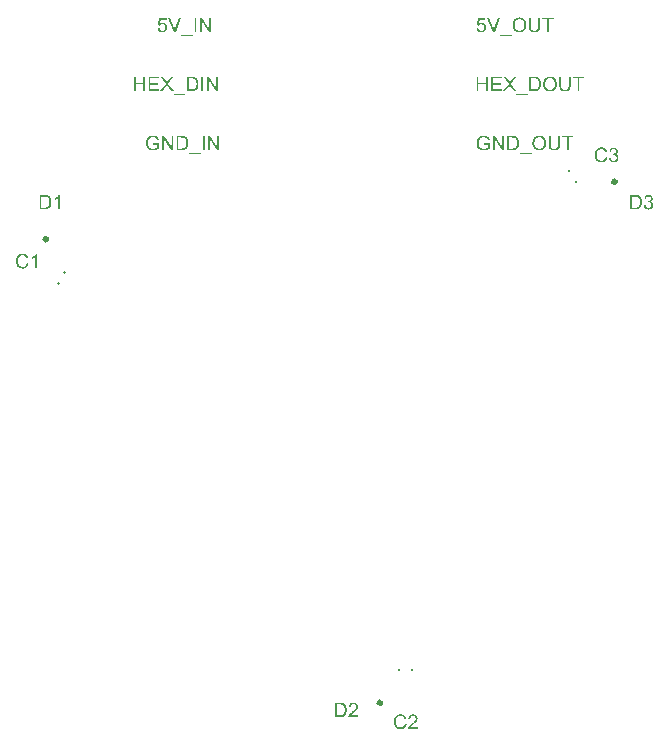
<source format=gto>
G04*
G04 #@! TF.GenerationSoftware,Altium Limited,CircuitStudio,1.5.2 (30)*
G04*
G04 Layer_Color=16777215*
%FSLAX24Y24*%
%MOIN*%
G70*
G01*
G75*
%ADD20C,0.0157*%
%ADD21C,0.0079*%
G36*
X380521Y354724D02*
X380456D01*
X380269Y355205D01*
X380339D01*
X380463Y354856D01*
Y354855D01*
X380464Y354854D01*
X380464Y354852D01*
X380466Y354849D01*
X380468Y354841D01*
X380472Y354831D01*
X380476Y354818D01*
X380480Y354805D01*
X380489Y354777D01*
Y354778D01*
X380489Y354779D01*
X380490Y354781D01*
X380491Y354784D01*
X380493Y354792D01*
X380496Y354802D01*
X380500Y354814D01*
X380504Y354827D01*
X380509Y354842D01*
X380514Y354856D01*
X380644Y355205D01*
X380709D01*
X380521Y354724D01*
D02*
G37*
G36*
X370733Y350654D02*
X370343D01*
Y350697D01*
X370733D01*
Y350654D01*
D02*
G37*
G36*
X370117Y351268D02*
X370130Y351267D01*
X370145Y351265D01*
X370159Y351263D01*
X370171Y351261D01*
X370171D01*
X370173Y351260D01*
X370174D01*
X370177Y351259D01*
X370185Y351257D01*
X370195Y351253D01*
X370206Y351249D01*
X370217Y351243D01*
X370229Y351235D01*
X370241Y351227D01*
X370242D01*
X370242Y351225D01*
X370247Y351221D01*
X370254Y351213D01*
X370262Y351204D01*
X370272Y351192D01*
X370281Y351178D01*
X370290Y351162D01*
X370298Y351144D01*
Y351143D01*
X370299Y351142D01*
X370299Y351139D01*
X370301Y351135D01*
X370302Y351131D01*
X370304Y351125D01*
X370306Y351118D01*
X370307Y351111D01*
X370309Y351103D01*
X370311Y351094D01*
X370314Y351075D01*
X370316Y351054D01*
X370317Y351030D01*
Y351030D01*
Y351028D01*
Y351025D01*
Y351021D01*
X370316Y351017D01*
Y351011D01*
X370316Y350998D01*
X370314Y350983D01*
X370311Y350966D01*
X370308Y350949D01*
X370304Y350933D01*
Y350932D01*
X370303Y350931D01*
X370302Y350929D01*
X370302Y350926D01*
X370299Y350918D01*
X370295Y350908D01*
X370291Y350897D01*
X370285Y350886D01*
X370278Y350874D01*
X370271Y350863D01*
X370270Y350861D01*
X370267Y350858D01*
X370264Y350853D01*
X370258Y350847D01*
X370252Y350840D01*
X370244Y350833D01*
X370236Y350825D01*
X370227Y350819D01*
X370226Y350818D01*
X370223Y350817D01*
X370217Y350814D01*
X370211Y350810D01*
X370203Y350806D01*
X370193Y350803D01*
X370182Y350799D01*
X370170Y350795D01*
X370168D01*
X370164Y350794D01*
X370157Y350793D01*
X370148Y350792D01*
X370137Y350790D01*
X370124Y350789D01*
X370109Y350788D01*
X370093Y350787D01*
X369920D01*
Y351268D01*
X370105D01*
X370117Y351268D01*
D02*
G37*
G36*
X380217Y355142D02*
X380025D01*
X379999Y355012D01*
X380000Y355013D01*
X380001Y355014D01*
X380003Y355015D01*
X380006Y355017D01*
X380011Y355019D01*
X380015Y355022D01*
X380027Y355027D01*
X380040Y355033D01*
X380055Y355038D01*
X380072Y355041D01*
X380090Y355043D01*
X380095D01*
X380100Y355042D01*
X380106Y355041D01*
X380112Y355041D01*
X380119Y355039D01*
X380126Y355038D01*
X380143Y355032D01*
X380152Y355029D01*
X380161Y355025D01*
X380170Y355019D01*
X380179Y355014D01*
X380188Y355007D01*
X380196Y354999D01*
X380196Y354998D01*
X380198Y354997D01*
X380200Y354995D01*
X380202Y354991D01*
X380206Y354986D01*
X380210Y354981D01*
X380213Y354975D01*
X380218Y354969D01*
X380222Y354961D01*
X380226Y354953D01*
X380229Y354943D01*
X380233Y354934D01*
X380235Y354923D01*
X380237Y354912D01*
X380239Y354899D01*
X380240Y354887D01*
Y354886D01*
Y354884D01*
Y354880D01*
X380239Y354876D01*
X380238Y354870D01*
X380237Y354863D01*
X380237Y354856D01*
X380235Y354848D01*
X380230Y354831D01*
X380224Y354812D01*
X380219Y354802D01*
X380214Y354792D01*
X380208Y354783D01*
X380202Y354774D01*
X380201Y354773D01*
X380199Y354772D01*
X380196Y354769D01*
X380193Y354765D01*
X380188Y354761D01*
X380183Y354756D01*
X380176Y354751D01*
X380168Y354746D01*
X380160Y354740D01*
X380150Y354735D01*
X380139Y354730D01*
X380128Y354725D01*
X380116Y354721D01*
X380104Y354719D01*
X380090Y354717D01*
X380075Y354716D01*
X380068D01*
X380064Y354717D01*
X380059Y354718D01*
X380052Y354719D01*
X380045Y354719D01*
X380037Y354721D01*
X380020Y354725D01*
X380003Y354732D01*
X379994Y354736D01*
X379985Y354741D01*
X379976Y354746D01*
X379968Y354753D01*
X379967Y354754D01*
X379967Y354754D01*
X379964Y354757D01*
X379962Y354760D01*
X379959Y354763D01*
X379955Y354768D01*
X379951Y354773D01*
X379947Y354779D01*
X379939Y354792D01*
X379931Y354809D01*
X379925Y354828D01*
X379923Y354839D01*
X379921Y354850D01*
X379983Y354855D01*
Y354854D01*
Y354853D01*
X379984Y354850D01*
X379985Y354847D01*
X379987Y354839D01*
X379990Y354829D01*
X379994Y354818D01*
X380000Y354807D01*
X380006Y354796D01*
X380015Y354787D01*
X380016Y354786D01*
X380019Y354783D01*
X380024Y354780D01*
X380032Y354776D01*
X380041Y354772D01*
X380051Y354768D01*
X380063Y354765D01*
X380075Y354765D01*
X380079D01*
X380082Y354765D01*
X380090Y354766D01*
X380101Y354768D01*
X380112Y354773D01*
X380124Y354778D01*
X380136Y354786D01*
X380142Y354790D01*
X380147Y354796D01*
Y354797D01*
X380149Y354798D01*
X380152Y354802D01*
X380157Y354809D01*
X380162Y354819D01*
X380167Y354831D01*
X380172Y354846D01*
X380175Y354863D01*
X380177Y354882D01*
Y354883D01*
Y354884D01*
Y354887D01*
X380176Y354890D01*
Y354894D01*
X380175Y354899D01*
X380173Y354911D01*
X380170Y354924D01*
X380165Y354937D01*
X380158Y354950D01*
X380148Y354962D01*
X380147Y354963D01*
X380143Y354966D01*
X380137Y354971D01*
X380128Y354976D01*
X380118Y354981D01*
X380105Y354986D01*
X380090Y354989D01*
X380074Y354991D01*
X380069D01*
X380064Y354990D01*
X380057Y354989D01*
X380049Y354987D01*
X380040Y354985D01*
X380031Y354981D01*
X380022Y354977D01*
X380022Y354976D01*
X380019Y354975D01*
X380014Y354972D01*
X380009Y354968D01*
X380004Y354963D01*
X379998Y354957D01*
X379992Y354951D01*
X379987Y354943D01*
X379932Y354951D01*
X379978Y355198D01*
X380217D01*
Y355142D01*
D02*
G37*
G36*
X365551Y349299D02*
X365564Y349298D01*
X365579Y349297D01*
X365593Y349295D01*
X365605Y349293D01*
X365605D01*
X365607Y349292D01*
X365608D01*
X365611Y349290D01*
X365619Y349288D01*
X365629Y349284D01*
X365640Y349280D01*
X365652Y349274D01*
X365663Y349267D01*
X365675Y349258D01*
X365676D01*
X365676Y349257D01*
X365682Y349252D01*
X365688Y349245D01*
X365696Y349235D01*
X365706Y349224D01*
X365715Y349210D01*
X365724Y349194D01*
X365732Y349175D01*
Y349175D01*
X365733Y349173D01*
X365734Y349170D01*
X365735Y349167D01*
X365736Y349162D01*
X365738Y349156D01*
X365740Y349150D01*
X365742Y349142D01*
X365743Y349134D01*
X365745Y349126D01*
X365748Y349107D01*
X365750Y349085D01*
X365751Y349062D01*
Y349061D01*
Y349060D01*
Y349057D01*
Y349052D01*
X365750Y349048D01*
Y349042D01*
X365750Y349029D01*
X365748Y349014D01*
X365745Y348997D01*
X365742Y348981D01*
X365738Y348965D01*
Y348964D01*
X365737Y348962D01*
X365736Y348960D01*
X365736Y348957D01*
X365733Y348950D01*
X365729Y348940D01*
X365725Y348929D01*
X365719Y348917D01*
X365712Y348905D01*
X365705Y348894D01*
X365704Y348893D01*
X365701Y348890D01*
X365698Y348885D01*
X365692Y348878D01*
X365686Y348872D01*
X365678Y348864D01*
X365670Y348857D01*
X365661Y348850D01*
X365660Y348850D01*
X365657Y348848D01*
X365652Y348845D01*
X365645Y348842D01*
X365637Y348838D01*
X365627Y348834D01*
X365616Y348831D01*
X365604Y348827D01*
X365602D01*
X365598Y348825D01*
X365592Y348825D01*
X365582Y348823D01*
X365571Y348822D01*
X365558Y348820D01*
X365543Y348820D01*
X365527Y348819D01*
X365354D01*
Y349300D01*
X365539D01*
X365551Y349299D01*
D02*
G37*
G36*
X382040Y354927D02*
Y354926D01*
Y354924D01*
Y354921D01*
Y354915D01*
X382040Y354909D01*
Y354902D01*
X382039Y354894D01*
X382038Y354885D01*
X382036Y354867D01*
X382033Y354848D01*
X382029Y354829D01*
X382024Y354812D01*
Y354812D01*
X382023Y354810D01*
X382022Y354808D01*
X382021Y354805D01*
X382016Y354798D01*
X382010Y354787D01*
X382002Y354776D01*
X381992Y354765D01*
X381979Y354754D01*
X381964Y354743D01*
X381964D01*
X381962Y354741D01*
X381960Y354741D01*
X381956Y354738D01*
X381953Y354737D01*
X381947Y354735D01*
X381941Y354732D01*
X381934Y354730D01*
X381927Y354727D01*
X381918Y354724D01*
X381909Y354722D01*
X381899Y354721D01*
X381877Y354718D01*
X381852Y354716D01*
X381846D01*
X381841Y354717D01*
X381835D01*
X381829Y354718D01*
X381822Y354719D01*
X381813Y354719D01*
X381796Y354722D01*
X381778Y354726D01*
X381759Y354732D01*
X381742Y354739D01*
X381741D01*
X381740Y354741D01*
X381738Y354741D01*
X381735Y354743D01*
X381727Y354749D01*
X381718Y354757D01*
X381708Y354766D01*
X381699Y354777D01*
X381689Y354791D01*
X381681Y354806D01*
Y354807D01*
X381680Y354809D01*
X381680Y354811D01*
X381678Y354814D01*
X381677Y354819D01*
X381675Y354825D01*
X381674Y354831D01*
X381672Y354839D01*
X381670Y354847D01*
X381669Y354855D01*
X381667Y354866D01*
X381666Y354876D01*
X381664Y354888D01*
X381663Y354900D01*
X381663Y354913D01*
Y354927D01*
Y355205D01*
X381726D01*
Y354927D01*
Y354926D01*
Y354924D01*
Y354921D01*
Y354917D01*
Y354912D01*
X381727Y354906D01*
X381728Y354892D01*
X381729Y354877D01*
X381731Y354862D01*
X381734Y354847D01*
X381735Y354841D01*
X381737Y354835D01*
X381738Y354833D01*
X381740Y354830D01*
X381742Y354825D01*
X381747Y354818D01*
X381752Y354811D01*
X381759Y354803D01*
X381767Y354795D01*
X381778Y354789D01*
X381779Y354788D01*
X381783Y354787D01*
X381789Y354784D01*
X381797Y354781D01*
X381807Y354779D01*
X381819Y354776D01*
X381832Y354774D01*
X381846Y354773D01*
X381853D01*
X381858Y354774D01*
X381864D01*
X381871Y354775D01*
X381885Y354777D01*
X381902Y354781D01*
X381918Y354787D01*
X381934Y354795D01*
X381941Y354799D01*
X381947Y354805D01*
Y354806D01*
X381948Y354806D01*
X381950Y354809D01*
X381951Y354812D01*
X381954Y354815D01*
X381956Y354820D01*
X381959Y354825D01*
X381962Y354832D01*
X381964Y354840D01*
X381967Y354849D01*
X381970Y354858D01*
X381972Y354870D01*
X381974Y354883D01*
X381975Y354896D01*
X381977Y354911D01*
Y354927D01*
Y355205D01*
X382040D01*
Y354927D01*
D02*
G37*
G36*
X371343Y350787D02*
X371277D01*
X371025Y351165D01*
Y350787D01*
X370964D01*
Y351268D01*
X371028D01*
X371282Y350891D01*
Y351268D01*
X371343D01*
Y350787D01*
D02*
G37*
G36*
X369151Y351276D02*
X369157D01*
X369169Y351274D01*
X369183Y351272D01*
X369199Y351269D01*
X369215Y351265D01*
X369231Y351259D01*
X369232D01*
X369234Y351258D01*
X369236Y351257D01*
X369239Y351256D01*
X369246Y351252D01*
X369256Y351246D01*
X369267Y351240D01*
X369278Y351232D01*
X369289Y351223D01*
X369298Y351212D01*
X369299Y351211D01*
X369302Y351207D01*
X369306Y351200D01*
X369312Y351191D01*
X369318Y351180D01*
X369324Y351167D01*
X369330Y351151D01*
X369335Y351134D01*
X369277Y351118D01*
Y351118D01*
X369276Y351119D01*
X369275Y351123D01*
X369272Y351130D01*
X369269Y351139D01*
X369266Y351148D01*
X369261Y351157D01*
X369256Y351167D01*
X369250Y351175D01*
X369250Y351176D01*
X369248Y351179D01*
X369244Y351183D01*
X369239Y351188D01*
X369232Y351193D01*
X369224Y351199D01*
X369215Y351204D01*
X369204Y351209D01*
X369203Y351210D01*
X369199Y351211D01*
X369193Y351213D01*
X369185Y351216D01*
X369175Y351218D01*
X369164Y351220D01*
X369152Y351221D01*
X369138Y351222D01*
X369131D01*
X369123Y351221D01*
X369113Y351221D01*
X369101Y351219D01*
X369088Y351216D01*
X369076Y351213D01*
X369063Y351208D01*
X369062Y351208D01*
X369058Y351206D01*
X369052Y351203D01*
X369045Y351199D01*
X369037Y351194D01*
X369028Y351188D01*
X369020Y351181D01*
X369012Y351173D01*
X369011Y351172D01*
X369009Y351170D01*
X369005Y351165D01*
X369001Y351159D01*
X368996Y351152D01*
X368991Y351144D01*
X368986Y351135D01*
X368982Y351126D01*
Y351125D01*
X368981Y351123D01*
X368980Y351121D01*
X368979Y351118D01*
X368977Y351114D01*
X368976Y351109D01*
X368973Y351097D01*
X368969Y351082D01*
X368966Y351066D01*
X368964Y351048D01*
X368964Y351029D01*
Y351028D01*
Y351026D01*
Y351023D01*
X368964Y351018D01*
Y351013D01*
X368965Y351006D01*
X368966Y350999D01*
X368966Y350992D01*
X368969Y350974D01*
X368973Y350956D01*
X368978Y350938D01*
X368985Y350921D01*
Y350920D01*
X368986Y350918D01*
X368988Y350916D01*
X368990Y350913D01*
X368995Y350906D01*
X369002Y350896D01*
X369010Y350886D01*
X369021Y350875D01*
X369035Y350865D01*
X369049Y350856D01*
X369050D01*
X369051Y350855D01*
X369054Y350854D01*
X369056Y350853D01*
X369060Y350852D01*
X369065Y350850D01*
X369076Y350846D01*
X369090Y350842D01*
X369105Y350839D01*
X369122Y350836D01*
X369139Y350836D01*
X369147D01*
X369155Y350836D01*
X369165Y350838D01*
X369177Y350839D01*
X369190Y350842D01*
X369205Y350846D01*
X369220Y350851D01*
X369220D01*
X369221Y350852D01*
X369223Y350853D01*
X369226Y350854D01*
X369234Y350857D01*
X369242Y350861D01*
X369252Y350866D01*
X369261Y350872D01*
X369271Y350879D01*
X369280Y350886D01*
Y350976D01*
X369138D01*
Y351033D01*
X369342D01*
Y350854D01*
X369341Y350853D01*
X369340Y350853D01*
X369338Y350850D01*
X369334Y350848D01*
X369330Y350844D01*
X369324Y350842D01*
X369312Y350833D01*
X369297Y350824D01*
X369281Y350814D01*
X369263Y350806D01*
X369245Y350798D01*
X369244D01*
X369242Y350797D01*
X369239Y350796D01*
X369236Y350795D01*
X369231Y350793D01*
X369226Y350792D01*
X369220Y350790D01*
X369213Y350789D01*
X369198Y350785D01*
X369181Y350782D01*
X369162Y350780D01*
X369143Y350779D01*
X369136D01*
X369131Y350780D01*
X369125D01*
X369117Y350781D01*
X369109Y350782D01*
X369100Y350783D01*
X369080Y350787D01*
X369059Y350792D01*
X369036Y350799D01*
X369014Y350809D01*
X369013Y350810D01*
X369012Y350811D01*
X369008Y350812D01*
X369005Y350815D01*
X368999Y350818D01*
X368994Y350822D01*
X368982Y350831D01*
X368967Y350844D01*
X368953Y350859D01*
X368939Y350877D01*
X368927Y350896D01*
Y350897D01*
X368925Y350899D01*
X368924Y350902D01*
X368923Y350907D01*
X368920Y350912D01*
X368917Y350918D01*
X368915Y350926D01*
X368912Y350935D01*
X368909Y350943D01*
X368907Y350954D01*
X368902Y350976D01*
X368899Y351000D01*
X368898Y351025D01*
Y351026D01*
Y351028D01*
Y351032D01*
X368898Y351037D01*
Y351044D01*
X368899Y351051D01*
X368900Y351059D01*
X368901Y351068D01*
X368905Y351088D01*
X368910Y351110D01*
X368917Y351134D01*
X368927Y351156D01*
Y351157D01*
X368928Y351159D01*
X368930Y351162D01*
X368932Y351167D01*
X368936Y351172D01*
X368939Y351177D01*
X368948Y351191D01*
X368961Y351205D01*
X368974Y351220D01*
X368992Y351234D01*
X369001Y351241D01*
X369011Y351246D01*
X369012D01*
X369013Y351248D01*
X369017Y351249D01*
X369021Y351251D01*
X369026Y351254D01*
X369032Y351256D01*
X369040Y351259D01*
X369048Y351262D01*
X369056Y351264D01*
X369066Y351267D01*
X369088Y351272D01*
X369111Y351275D01*
X369138Y351276D01*
X369147D01*
X369151Y351276D01*
D02*
G37*
G36*
X381757Y350654D02*
X381366D01*
Y350697D01*
X381757D01*
Y350654D01*
D02*
G37*
G36*
X370853Y350787D02*
X370789D01*
Y351268D01*
X370853D01*
Y350787D01*
D02*
G37*
G36*
X384097Y350882D02*
X384103Y350881D01*
X384110Y350880D01*
X384118Y350880D01*
X384127Y350878D01*
X384146Y350874D01*
X384166Y350867D01*
X384177Y350863D01*
X384187Y350858D01*
X384196Y350852D01*
X384206Y350845D01*
X384207Y350845D01*
X384208Y350844D01*
X384210Y350842D01*
X384214Y350839D01*
X384218Y350835D01*
X384223Y350830D01*
X384228Y350825D01*
X384233Y350819D01*
X384239Y350812D01*
X384244Y350804D01*
X384250Y350796D01*
X384256Y350786D01*
X384261Y350777D01*
X384266Y350766D01*
X384275Y350742D01*
X384212Y350728D01*
Y350728D01*
X384211Y350730D01*
X384210Y350733D01*
X384209Y350736D01*
X384207Y350741D01*
X384204Y350746D01*
X384199Y350757D01*
X384193Y350769D01*
X384184Y350782D01*
X384174Y350794D01*
X384163Y350804D01*
X384161Y350805D01*
X384157Y350808D01*
X384150Y350812D01*
X384141Y350817D01*
X384130Y350821D01*
X384116Y350825D01*
X384101Y350828D01*
X384083Y350829D01*
X384078D01*
X384074Y350828D01*
X384069D01*
X384064Y350827D01*
X384051Y350825D01*
X384036Y350822D01*
X384021Y350817D01*
X384005Y350810D01*
X383991Y350801D01*
X383990D01*
X383989Y350800D01*
X383985Y350796D01*
X383978Y350790D01*
X383970Y350782D01*
X383962Y350772D01*
X383953Y350760D01*
X383945Y350746D01*
X383939Y350730D01*
Y350729D01*
X383938Y350728D01*
X383937Y350725D01*
X383937Y350722D01*
X383935Y350718D01*
X383934Y350713D01*
X383931Y350701D01*
X383929Y350687D01*
X383926Y350672D01*
X383925Y350655D01*
X383924Y350637D01*
Y350637D01*
Y350635D01*
Y350632D01*
Y350627D01*
X383925Y350622D01*
Y350616D01*
X383926Y350609D01*
X383926Y350602D01*
X383929Y350585D01*
X383931Y350566D01*
X383936Y350548D01*
X383942Y350531D01*
Y350530D01*
X383942Y350528D01*
X383944Y350526D01*
X383945Y350523D01*
X383949Y350514D01*
X383955Y350505D01*
X383963Y350493D01*
X383972Y350482D01*
X383983Y350471D01*
X383997Y350462D01*
X383997D01*
X383998Y350461D01*
X384000Y350460D01*
X384003Y350458D01*
X384011Y350455D01*
X384021Y350451D01*
X384033Y350447D01*
X384047Y350443D01*
X384062Y350441D01*
X384079Y350440D01*
X384084D01*
X384087Y350441D01*
X384092D01*
X384098Y350441D01*
X384110Y350443D01*
X384124Y350447D01*
X384139Y350453D01*
X384154Y350460D01*
X384169Y350471D01*
X384169Y350471D01*
X384170Y350472D01*
X384174Y350476D01*
X384181Y350484D01*
X384189Y350493D01*
X384197Y350506D01*
X384206Y350522D01*
X384213Y350541D01*
X384219Y350562D01*
X384283Y350546D01*
Y350545D01*
X384282Y350542D01*
X384281Y350539D01*
X384279Y350533D01*
X384276Y350527D01*
X384273Y350519D01*
X384270Y350511D01*
X384266Y350502D01*
X384256Y350482D01*
X384243Y350462D01*
X384229Y350443D01*
X384220Y350435D01*
X384210Y350427D01*
X384210Y350426D01*
X384208Y350425D01*
X384205Y350423D01*
X384201Y350420D01*
X384196Y350417D01*
X384190Y350413D01*
X384183Y350410D01*
X384175Y350406D01*
X384166Y350402D01*
X384157Y350399D01*
X384146Y350395D01*
X384135Y350392D01*
X384111Y350387D01*
X384098Y350386D01*
X384084Y350386D01*
X384076D01*
X384071Y350386D01*
X384064D01*
X384057Y350387D01*
X384048Y350389D01*
X384039Y350389D01*
X384019Y350394D01*
X383997Y350399D01*
X383977Y350407D01*
X383967Y350411D01*
X383957Y350417D01*
X383956Y350418D01*
X383955Y350419D01*
X383953Y350421D01*
X383949Y350423D01*
X383940Y350430D01*
X383930Y350441D01*
X383918Y350453D01*
X383906Y350469D01*
X383893Y350487D01*
X383883Y350509D01*
Y350509D01*
X383882Y350512D01*
X383881Y350514D01*
X383880Y350519D01*
X383877Y350525D01*
X383875Y350531D01*
X383873Y350539D01*
X383871Y350547D01*
X383869Y350556D01*
X383866Y350566D01*
X383862Y350588D01*
X383859Y350612D01*
X383858Y350637D01*
Y350638D01*
Y350641D01*
Y350645D01*
X383859Y350650D01*
Y350656D01*
X383860Y350665D01*
X383860Y350673D01*
X383862Y350682D01*
X383866Y350703D01*
X383870Y350725D01*
X383877Y350747D01*
X383887Y350769D01*
Y350769D01*
X383888Y350771D01*
X383890Y350774D01*
X383892Y350778D01*
X383895Y350782D01*
X383899Y350788D01*
X383908Y350800D01*
X383919Y350814D01*
X383933Y350828D01*
X383950Y350842D01*
X383968Y350853D01*
X383969D01*
X383970Y350855D01*
X383973Y350856D01*
X383978Y350858D01*
X383982Y350860D01*
X383988Y350863D01*
X383995Y350865D01*
X384002Y350868D01*
X384011Y350871D01*
X384019Y350873D01*
X384039Y350878D01*
X384061Y350881D01*
X384084Y350883D01*
X384092D01*
X384097Y350882D01*
D02*
G37*
G36*
X369813Y350787D02*
X369748D01*
X369496Y351165D01*
Y350787D01*
X369435D01*
Y351268D01*
X369499D01*
X369753Y350891D01*
Y351268D01*
X369813D01*
Y350787D01*
D02*
G37*
G36*
X382491Y355149D02*
X382332D01*
Y354724D01*
X382269D01*
Y355149D01*
X382111D01*
Y355205D01*
X382491D01*
Y355149D01*
D02*
G37*
G36*
X366037Y348819D02*
X365978D01*
Y349195D01*
X365977Y349194D01*
X365974Y349191D01*
X365969Y349188D01*
X365963Y349183D01*
X365955Y349176D01*
X365945Y349170D01*
X365934Y349161D01*
X365922Y349154D01*
X365921D01*
X365920Y349153D01*
X365916Y349151D01*
X365909Y349147D01*
X365901Y349142D01*
X365892Y349137D01*
X365881Y349133D01*
X365870Y349128D01*
X365860Y349123D01*
Y349181D01*
X365861D01*
X365862Y349182D01*
X365865Y349183D01*
X365868Y349186D01*
X365873Y349188D01*
X365878Y349190D01*
X365889Y349197D01*
X365903Y349205D01*
X365917Y349214D01*
X365932Y349225D01*
X365946Y349237D01*
X365947Y349238D01*
X365947Y349238D01*
X365952Y349243D01*
X365958Y349249D01*
X365966Y349257D01*
X365975Y349268D01*
X365984Y349279D01*
X365992Y349290D01*
X365998Y349302D01*
X366037D01*
Y348819D01*
D02*
G37*
G36*
X385664Y349301D02*
X385674Y349300D01*
X385685Y349298D01*
X385697Y349295D01*
X385710Y349290D01*
X385722Y349284D01*
X385723D01*
X385724Y349284D01*
X385728Y349282D01*
X385734Y349278D01*
X385741Y349273D01*
X385749Y349266D01*
X385758Y349258D01*
X385766Y349249D01*
X385774Y349238D01*
X385774Y349237D01*
X385776Y349233D01*
X385779Y349227D01*
X385782Y349220D01*
X385785Y349211D01*
X385788Y349200D01*
X385790Y349189D01*
X385791Y349177D01*
Y349175D01*
Y349172D01*
X385790Y349166D01*
X385789Y349159D01*
X385787Y349150D01*
X385784Y349140D01*
X385780Y349130D01*
X385774Y349120D01*
X385774Y349119D01*
X385771Y349116D01*
X385767Y349112D01*
X385762Y349106D01*
X385755Y349099D01*
X385746Y349093D01*
X385736Y349085D01*
X385725Y349079D01*
X385725D01*
X385727Y349079D01*
X385729D01*
X385732Y349077D01*
X385739Y349075D01*
X385749Y349071D01*
X385759Y349066D01*
X385770Y349058D01*
X385781Y349049D01*
X385790Y349039D01*
X385791Y349037D01*
X385794Y349033D01*
X385798Y349026D01*
X385803Y349017D01*
X385807Y349006D01*
X385811Y348993D01*
X385814Y348978D01*
X385815Y348961D01*
Y348960D01*
Y348958D01*
Y348955D01*
X385814Y348951D01*
X385813Y348945D01*
X385812Y348939D01*
X385811Y348932D01*
X385809Y348924D01*
X385804Y348907D01*
X385800Y348898D01*
X385795Y348889D01*
X385790Y348880D01*
X385784Y348872D01*
X385776Y348863D01*
X385768Y348854D01*
X385768Y348853D01*
X385766Y348852D01*
X385764Y348850D01*
X385760Y348847D01*
X385756Y348844D01*
X385750Y348840D01*
X385744Y348836D01*
X385737Y348833D01*
X385729Y348828D01*
X385720Y348825D01*
X385711Y348821D01*
X385700Y348817D01*
X385689Y348815D01*
X385678Y348813D01*
X385665Y348812D01*
X385653Y348811D01*
X385647D01*
X385643Y348812D01*
X385637Y348812D01*
X385631Y348813D01*
X385624Y348814D01*
X385616Y348815D01*
X385599Y348820D01*
X385582Y348827D01*
X385573Y348831D01*
X385565Y348836D01*
X385556Y348842D01*
X385548Y348848D01*
X385547Y348849D01*
X385547Y348850D01*
X385544Y348852D01*
X385542Y348855D01*
X385539Y348859D01*
X385535Y348864D01*
X385531Y348869D01*
X385527Y348875D01*
X385518Y348889D01*
X385511Y348906D01*
X385504Y348925D01*
X385502Y348935D01*
X385501Y348946D01*
X385560Y348954D01*
Y348954D01*
X385561Y348952D01*
Y348949D01*
X385562Y348946D01*
X385564Y348937D01*
X385568Y348927D01*
X385572Y348915D01*
X385578Y348902D01*
X385585Y348891D01*
X385593Y348882D01*
X385595Y348881D01*
X385598Y348878D01*
X385603Y348875D01*
X385610Y348871D01*
X385618Y348867D01*
X385629Y348864D01*
X385640Y348861D01*
X385653Y348860D01*
X385657D01*
X385660Y348861D01*
X385667Y348861D01*
X385677Y348864D01*
X385689Y348867D01*
X385700Y348872D01*
X385712Y348879D01*
X385723Y348888D01*
X385725Y348890D01*
X385727Y348894D01*
X385732Y348899D01*
X385738Y348908D01*
X385743Y348918D01*
X385747Y348931D01*
X385750Y348945D01*
X385752Y348960D01*
Y348961D01*
Y348962D01*
Y348964D01*
X385751Y348967D01*
X385750Y348974D01*
X385748Y348984D01*
X385745Y348994D01*
X385740Y349006D01*
X385733Y349017D01*
X385725Y349027D01*
X385723Y349028D01*
X385720Y349031D01*
X385714Y349035D01*
X385706Y349040D01*
X385697Y349045D01*
X385685Y349049D01*
X385673Y349052D01*
X385658Y349053D01*
X385651D01*
X385646Y349052D01*
X385640Y349052D01*
X385633Y349051D01*
X385625Y349049D01*
X385616Y349047D01*
X385623Y349099D01*
X385626D01*
X385629Y349099D01*
X385639D01*
X385645Y349099D01*
X385655Y349101D01*
X385665Y349103D01*
X385676Y349107D01*
X385688Y349111D01*
X385700Y349118D01*
X385701Y349118D01*
X385705Y349121D01*
X385709Y349126D01*
X385715Y349133D01*
X385721Y349141D01*
X385725Y349151D01*
X385729Y349164D01*
X385730Y349178D01*
Y349179D01*
Y349180D01*
Y349183D01*
X385729Y349189D01*
X385727Y349197D01*
X385725Y349205D01*
X385721Y349214D01*
X385716Y349224D01*
X385708Y349232D01*
X385708Y349232D01*
X385705Y349235D01*
X385700Y349239D01*
X385693Y349243D01*
X385685Y349247D01*
X385675Y349250D01*
X385664Y349253D01*
X385652Y349254D01*
X385646D01*
X385640Y349252D01*
X385632Y349251D01*
X385623Y349249D01*
X385613Y349244D01*
X385604Y349239D01*
X385594Y349232D01*
X385593Y349231D01*
X385591Y349228D01*
X385587Y349223D01*
X385583Y349216D01*
X385577Y349207D01*
X385573Y349196D01*
X385569Y349183D01*
X385566Y349167D01*
X385506Y349178D01*
Y349178D01*
X385507Y349181D01*
X385508Y349183D01*
X385509Y349187D01*
X385510Y349192D01*
X385512Y349198D01*
X385517Y349211D01*
X385522Y349226D01*
X385531Y349241D01*
X385542Y349256D01*
X385555Y349269D01*
X385555Y349270D01*
X385556Y349271D01*
X385558Y349272D01*
X385562Y349274D01*
X385566Y349276D01*
X385570Y349279D01*
X385581Y349286D01*
X385595Y349292D01*
X385612Y349297D01*
X385630Y349301D01*
X385640Y349302D01*
X385657D01*
X385664Y349301D01*
D02*
G37*
G36*
X370465Y354591D02*
X370075D01*
Y354634D01*
X370465D01*
Y354591D01*
D02*
G37*
G36*
X375394Y332370D02*
X375407Y332369D01*
X375422Y332368D01*
X375435Y332366D01*
X375447Y332363D01*
X375448D01*
X375449Y332363D01*
X375451D01*
X375454Y332361D01*
X375462Y332359D01*
X375471Y332355D01*
X375482Y332351D01*
X375494Y332345D01*
X375506Y332338D01*
X375517Y332329D01*
X375518D01*
X375519Y332327D01*
X375524Y332323D01*
X375531Y332316D01*
X375539Y332306D01*
X375548Y332295D01*
X375558Y332281D01*
X375567Y332265D01*
X375575Y332246D01*
Y332246D01*
X375575Y332244D01*
X375576Y332241D01*
X375578Y332237D01*
X375579Y332233D01*
X375580Y332227D01*
X375583Y332221D01*
X375584Y332213D01*
X375586Y332205D01*
X375588Y332196D01*
X375591Y332177D01*
X375593Y332156D01*
X375594Y332133D01*
Y332132D01*
Y332131D01*
Y332128D01*
Y332123D01*
X375593Y332119D01*
Y332113D01*
X375592Y332100D01*
X375591Y332085D01*
X375588Y332068D01*
X375585Y332052D01*
X375580Y332035D01*
Y332035D01*
X375580Y332033D01*
X375579Y332031D01*
X375578Y332028D01*
X375575Y332021D01*
X375572Y332011D01*
X375567Y332000D01*
X375561Y331988D01*
X375555Y331976D01*
X375547Y331965D01*
X375547Y331964D01*
X375544Y331961D01*
X375540Y331956D01*
X375534Y331949D01*
X375528Y331942D01*
X375520Y331935D01*
X375512Y331928D01*
X375504Y331921D01*
X375503Y331921D01*
X375499Y331919D01*
X375494Y331916D01*
X375487Y331912D01*
X375479Y331909D01*
X375470Y331905D01*
X375459Y331901D01*
X375446Y331898D01*
X375445D01*
X375441Y331896D01*
X375434Y331896D01*
X375424Y331894D01*
X375414Y331893D01*
X375400Y331891D01*
X375386Y331890D01*
X375370Y331890D01*
X375197D01*
Y332371D01*
X375381D01*
X375394Y332370D01*
D02*
G37*
G36*
X375828Y332372D02*
X375834Y332371D01*
X375840Y332371D01*
X375848Y332370D01*
X375856Y332368D01*
X375873Y332363D01*
X375892Y332357D01*
X375901Y332352D01*
X375910Y332347D01*
X375918Y332341D01*
X375926Y332334D01*
X375927Y332333D01*
X375927Y332333D01*
X375930Y332330D01*
X375933Y332327D01*
X375935Y332323D01*
X375939Y332319D01*
X375946Y332308D01*
X375954Y332294D01*
X375960Y332278D01*
X375965Y332259D01*
X375966Y332249D01*
X375967Y332239D01*
Y332237D01*
Y332234D01*
X375966Y332228D01*
X375965Y332221D01*
X375964Y332212D01*
X375962Y332202D01*
X375959Y332192D01*
X375954Y332182D01*
X375954Y332180D01*
X375952Y332177D01*
X375949Y332172D01*
X375945Y332164D01*
X375940Y332155D01*
X375933Y332145D01*
X375924Y332135D01*
X375915Y332123D01*
X375913Y332122D01*
X375910Y332117D01*
X375903Y332111D01*
X375899Y332106D01*
X375894Y332101D01*
X375888Y332095D01*
X375881Y332089D01*
X375873Y332082D01*
X375865Y332074D01*
X375856Y332066D01*
X375846Y332057D01*
X375836Y332049D01*
X375824Y332038D01*
X375823Y332038D01*
X375822Y332036D01*
X375819Y332034D01*
X375815Y332031D01*
X375807Y332024D01*
X375796Y332014D01*
X375785Y332004D01*
X375773Y331994D01*
X375763Y331985D01*
X375760Y331981D01*
X375756Y331978D01*
X375755Y331977D01*
X375754Y331975D01*
X375751Y331972D01*
X375747Y331967D01*
X375739Y331958D01*
X375731Y331946D01*
X375968D01*
Y331890D01*
X375649D01*
Y331890D01*
Y331893D01*
Y331898D01*
X375650Y331903D01*
X375651Y331909D01*
X375651Y331915D01*
X375654Y331923D01*
X375656Y331930D01*
Y331931D01*
X375657Y331931D01*
X375658Y331936D01*
X375661Y331942D01*
X375665Y331951D01*
X375670Y331960D01*
X375678Y331971D01*
X375685Y331982D01*
X375695Y331994D01*
Y331994D01*
X375696Y331995D01*
X375700Y332000D01*
X375706Y332006D01*
X375714Y332015D01*
X375725Y332025D01*
X375739Y332038D01*
X375755Y332052D01*
X375772Y332067D01*
X375773Y332068D01*
X375776Y332070D01*
X375780Y332073D01*
X375785Y332078D01*
X375791Y332083D01*
X375799Y332090D01*
X375815Y332104D01*
X375832Y332120D01*
X375850Y332137D01*
X375859Y332145D01*
X375866Y332153D01*
X375872Y332161D01*
X375878Y332169D01*
Y332169D01*
X375880Y332170D01*
X375881Y332172D01*
X375883Y332175D01*
X375887Y332183D01*
X375892Y332192D01*
X375897Y332203D01*
X375902Y332215D01*
X375905Y332228D01*
X375906Y332240D01*
Y332241D01*
Y332242D01*
X375905Y332246D01*
X375905Y332253D01*
X375903Y332261D01*
X375900Y332270D01*
X375895Y332280D01*
X375889Y332290D01*
X375881Y332300D01*
X375879Y332300D01*
X375876Y332303D01*
X375870Y332307D01*
X375863Y332312D01*
X375853Y332317D01*
X375842Y332320D01*
X375829Y332323D01*
X375815Y332324D01*
X375810D01*
X375807Y332323D01*
X375800Y332322D01*
X375790Y332321D01*
X375780Y332317D01*
X375768Y332313D01*
X375757Y332306D01*
X375747Y332297D01*
X375746Y332296D01*
X375743Y332293D01*
X375739Y332287D01*
X375734Y332279D01*
X375729Y332269D01*
X375725Y332257D01*
X375722Y332243D01*
X375721Y332227D01*
X375660Y332234D01*
Y332235D01*
Y332237D01*
X375661Y332240D01*
X375662Y332245D01*
X375663Y332251D01*
X375664Y332257D01*
X375668Y332272D01*
X375674Y332289D01*
X375682Y332306D01*
X375693Y332322D01*
X375699Y332330D01*
X375706Y332337D01*
X375707Y332338D01*
X375709Y332338D01*
X375711Y332341D01*
X375714Y332343D01*
X375718Y332345D01*
X375723Y332349D01*
X375729Y332352D01*
X375736Y332355D01*
X375743Y332358D01*
X375751Y332362D01*
X375760Y332365D01*
X375770Y332367D01*
X375792Y332371D01*
X375804Y332372D01*
X375816Y332373D01*
X375823D01*
X375828Y332372D01*
D02*
G37*
G36*
X385236Y349299D02*
X385249Y349298D01*
X385264Y349297D01*
X385278Y349295D01*
X385290Y349293D01*
X385290D01*
X385292Y349292D01*
X385293D01*
X385296Y349290D01*
X385304Y349288D01*
X385314Y349284D01*
X385325Y349280D01*
X385337Y349274D01*
X385348Y349267D01*
X385360Y349258D01*
X385361D01*
X385361Y349257D01*
X385367Y349252D01*
X385373Y349245D01*
X385381Y349235D01*
X385391Y349224D01*
X385400Y349210D01*
X385409Y349194D01*
X385417Y349175D01*
Y349175D01*
X385418Y349173D01*
X385419Y349170D01*
X385420Y349167D01*
X385421Y349162D01*
X385423Y349156D01*
X385425Y349150D01*
X385427Y349142D01*
X385428Y349134D01*
X385430Y349126D01*
X385433Y349107D01*
X385435Y349085D01*
X385436Y349062D01*
Y349061D01*
Y349060D01*
Y349057D01*
Y349052D01*
X385435Y349048D01*
Y349042D01*
X385435Y349029D01*
X385433Y349014D01*
X385430Y348997D01*
X385427Y348981D01*
X385423Y348965D01*
Y348964D01*
X385422Y348962D01*
X385421Y348960D01*
X385421Y348957D01*
X385418Y348950D01*
X385414Y348940D01*
X385410Y348929D01*
X385404Y348917D01*
X385397Y348905D01*
X385390Y348894D01*
X385389Y348893D01*
X385386Y348890D01*
X385383Y348885D01*
X385377Y348878D01*
X385371Y348872D01*
X385363Y348864D01*
X385355Y348857D01*
X385346Y348850D01*
X385345Y348850D01*
X385342Y348848D01*
X385337Y348845D01*
X385330Y348842D01*
X385322Y348838D01*
X385312Y348834D01*
X385301Y348831D01*
X385289Y348827D01*
X385288D01*
X385283Y348825D01*
X385277Y348825D01*
X385267Y348823D01*
X385256Y348822D01*
X385243Y348820D01*
X385228Y348820D01*
X385212Y348819D01*
X385039D01*
Y349300D01*
X385224D01*
X385236Y349299D01*
D02*
G37*
G36*
X371074Y354724D02*
X371009D01*
X370757Y355102D01*
Y354724D01*
X370696D01*
Y355205D01*
X370760D01*
X371014Y354828D01*
Y355205D01*
X371074D01*
Y354724D01*
D02*
G37*
G36*
X381095Y354591D02*
X380704D01*
Y354634D01*
X381095D01*
Y354591D01*
D02*
G37*
G36*
X381361Y355213D02*
X381367D01*
X381374Y355212D01*
X381382Y355210D01*
X381390Y355210D01*
X381409Y355205D01*
X381429Y355199D01*
X381450Y355192D01*
X381460Y355187D01*
X381470Y355181D01*
X381471D01*
X381472Y355180D01*
X381475Y355178D01*
X381479Y355175D01*
X381483Y355172D01*
X381488Y355168D01*
X381500Y355159D01*
X381513Y355146D01*
X381527Y355131D01*
X381540Y355113D01*
X381551Y355093D01*
Y355092D01*
X381553Y355090D01*
X381554Y355087D01*
X381556Y355082D01*
X381558Y355077D01*
X381560Y355071D01*
X381563Y355063D01*
X381566Y355055D01*
X381568Y355046D01*
X381571Y355036D01*
X381576Y355014D01*
X381579Y354990D01*
X381580Y354964D01*
Y354963D01*
Y354961D01*
Y354956D01*
X381579Y354951D01*
Y354945D01*
X381579Y354937D01*
X381578Y354929D01*
X381576Y354920D01*
X381573Y354899D01*
X381568Y354877D01*
X381560Y354855D01*
X381550Y354833D01*
Y354832D01*
X381549Y354831D01*
X381547Y354828D01*
X381545Y354823D01*
X381541Y354819D01*
X381538Y354813D01*
X381529Y354801D01*
X381517Y354787D01*
X381502Y354772D01*
X381486Y354758D01*
X381467Y354746D01*
X381466D01*
X381464Y354744D01*
X381461Y354743D01*
X381457Y354741D01*
X381452Y354739D01*
X381446Y354736D01*
X381439Y354734D01*
X381431Y354731D01*
X381415Y354726D01*
X381395Y354721D01*
X381373Y354718D01*
X381350Y354716D01*
X381344D01*
X381338Y354717D01*
X381333D01*
X381326Y354718D01*
X381318Y354719D01*
X381309Y354721D01*
X381291Y354724D01*
X381270Y354730D01*
X381249Y354738D01*
X381239Y354743D01*
X381229Y354749D01*
X381228Y354749D01*
X381226Y354750D01*
X381223Y354752D01*
X381220Y354754D01*
X381215Y354758D01*
X381210Y354762D01*
X381199Y354772D01*
X381185Y354785D01*
X381171Y354800D01*
X381159Y354818D01*
X381147Y354838D01*
Y354839D01*
X381146Y354841D01*
X381145Y354844D01*
X381143Y354848D01*
X381141Y354853D01*
X381139Y354859D01*
X381136Y354866D01*
X381134Y354874D01*
X381131Y354883D01*
X381129Y354892D01*
X381125Y354913D01*
X381122Y354935D01*
X381120Y354958D01*
Y354959D01*
Y354963D01*
X381121Y354970D01*
Y354978D01*
X381122Y354988D01*
X381124Y355000D01*
X381125Y355012D01*
X381128Y355027D01*
X381132Y355041D01*
X381136Y355057D01*
X381141Y355072D01*
X381147Y355087D01*
X381155Y355103D01*
X381163Y355118D01*
X381173Y355132D01*
X381184Y355145D01*
X381185Y355146D01*
X381187Y355148D01*
X381191Y355152D01*
X381196Y355156D01*
X381202Y355161D01*
X381210Y355167D01*
X381218Y355173D01*
X381229Y355180D01*
X381240Y355186D01*
X381253Y355192D01*
X381267Y355197D01*
X381281Y355203D01*
X381297Y355207D01*
X381314Y355210D01*
X381332Y355213D01*
X381350Y355213D01*
X381357D01*
X381361Y355213D01*
D02*
G37*
G36*
X370585Y354724D02*
X370521D01*
Y355205D01*
X370585D01*
Y354724D01*
D02*
G37*
G36*
X369587Y355142D02*
X369395D01*
X369369Y355012D01*
X369370Y355013D01*
X369371Y355014D01*
X369373Y355015D01*
X369376Y355017D01*
X369381Y355019D01*
X369385Y355022D01*
X369397Y355027D01*
X369410Y355033D01*
X369425Y355038D01*
X369442Y355041D01*
X369460Y355043D01*
X369466D01*
X369470Y355042D01*
X369476Y355041D01*
X369482Y355041D01*
X369489Y355039D01*
X369496Y355038D01*
X369513Y355032D01*
X369522Y355029D01*
X369531Y355025D01*
X369540Y355019D01*
X369549Y355014D01*
X369558Y355007D01*
X369566Y354999D01*
X369567Y354998D01*
X369568Y354997D01*
X369570Y354995D01*
X369572Y354991D01*
X369576Y354986D01*
X369580Y354981D01*
X369583Y354975D01*
X369588Y354969D01*
X369592Y354961D01*
X369596Y354953D01*
X369599Y354943D01*
X369603Y354934D01*
X369605Y354923D01*
X369608Y354912D01*
X369609Y354899D01*
X369610Y354887D01*
Y354886D01*
Y354884D01*
Y354880D01*
X369609Y354876D01*
X369608Y354870D01*
X369608Y354863D01*
X369607Y354856D01*
X369605Y354848D01*
X369600Y354831D01*
X369594Y354812D01*
X369589Y354802D01*
X369584Y354792D01*
X369578Y354783D01*
X369572Y354774D01*
X369571Y354773D01*
X369570Y354772D01*
X369567Y354769D01*
X369563Y354765D01*
X369559Y354761D01*
X369553Y354756D01*
X369546Y354751D01*
X369538Y354746D01*
X369530Y354740D01*
X369520Y354735D01*
X369509Y354730D01*
X369498Y354725D01*
X369486Y354721D01*
X369474Y354719D01*
X369460Y354717D01*
X369445Y354716D01*
X369438D01*
X369434Y354717D01*
X369429Y354718D01*
X369422Y354719D01*
X369415Y354719D01*
X369407Y354721D01*
X369390Y354725D01*
X369373Y354732D01*
X369364Y354736D01*
X369355Y354741D01*
X369346Y354746D01*
X369338Y354753D01*
X369337Y354754D01*
X369337Y354754D01*
X369335Y354757D01*
X369332Y354760D01*
X369329Y354763D01*
X369325Y354768D01*
X369321Y354773D01*
X369317Y354779D01*
X369309Y354792D01*
X369301Y354809D01*
X369295Y354828D01*
X369293Y354839D01*
X369291Y354850D01*
X369354Y354855D01*
Y354854D01*
Y354853D01*
X369354Y354850D01*
X369355Y354847D01*
X369357Y354839D01*
X369360Y354829D01*
X369364Y354818D01*
X369370Y354807D01*
X369376Y354796D01*
X369385Y354787D01*
X369386Y354786D01*
X369389Y354783D01*
X369395Y354780D01*
X369402Y354776D01*
X369411Y354772D01*
X369421Y354768D01*
X369433Y354765D01*
X369445Y354765D01*
X369449D01*
X369452Y354765D01*
X369460Y354766D01*
X369471Y354768D01*
X369482Y354773D01*
X369494Y354778D01*
X369506Y354786D01*
X369512Y354790D01*
X369518Y354796D01*
Y354797D01*
X369519Y354798D01*
X369522Y354802D01*
X369527Y354809D01*
X369532Y354819D01*
X369537Y354831D01*
X369542Y354846D01*
X369545Y354863D01*
X369547Y354882D01*
Y354883D01*
Y354884D01*
Y354887D01*
X369546Y354890D01*
Y354894D01*
X369545Y354899D01*
X369543Y354911D01*
X369540Y354924D01*
X369535Y354937D01*
X369528Y354950D01*
X369518Y354962D01*
X369517Y354963D01*
X369513Y354966D01*
X369507Y354971D01*
X369498Y354976D01*
X369488Y354981D01*
X369475Y354986D01*
X369460Y354989D01*
X369444Y354991D01*
X369439D01*
X369434Y354990D01*
X369427Y354989D01*
X369419Y354987D01*
X369410Y354985D01*
X369401Y354981D01*
X369392Y354977D01*
X369392Y354976D01*
X369389Y354975D01*
X369384Y354972D01*
X369379Y354968D01*
X369374Y354963D01*
X369368Y354957D01*
X369362Y354951D01*
X369357Y354943D01*
X369302Y354951D01*
X369348Y355198D01*
X369587D01*
Y355142D01*
D02*
G37*
G36*
X369891Y354724D02*
X369826D01*
X369639Y355205D01*
X369709D01*
X369833Y354856D01*
Y354855D01*
X369834Y354854D01*
X369834Y354852D01*
X369836Y354849D01*
X369838Y354841D01*
X369842Y354831D01*
X369846Y354818D01*
X369851Y354805D01*
X369859Y354777D01*
Y354778D01*
X369859Y354779D01*
X369860Y354781D01*
X369861Y354784D01*
X369863Y354792D01*
X369866Y354802D01*
X369870Y354814D01*
X369874Y354827D01*
X369879Y354842D01*
X369884Y354856D01*
X370015Y355205D01*
X370079D01*
X369891Y354724D01*
D02*
G37*
G36*
X382023Y351276D02*
X382029D01*
X382036Y351275D01*
X382043Y351273D01*
X382052Y351273D01*
X382070Y351268D01*
X382091Y351262D01*
X382111Y351255D01*
X382122Y351250D01*
X382132Y351244D01*
X382133D01*
X382134Y351243D01*
X382137Y351241D01*
X382141Y351238D01*
X382145Y351235D01*
X382150Y351231D01*
X382162Y351221D01*
X382175Y351209D01*
X382189Y351194D01*
X382201Y351176D01*
X382213Y351156D01*
Y351155D01*
X382215Y351153D01*
X382216Y351150D01*
X382218Y351145D01*
X382220Y351140D01*
X382222Y351134D01*
X382225Y351126D01*
X382228Y351118D01*
X382230Y351109D01*
X382233Y351099D01*
X382237Y351077D01*
X382240Y351053D01*
X382242Y351027D01*
Y351026D01*
Y351024D01*
Y351019D01*
X382241Y351014D01*
Y351008D01*
X382240Y351000D01*
X382239Y350992D01*
X382238Y350983D01*
X382234Y350962D01*
X382229Y350940D01*
X382222Y350918D01*
X382212Y350896D01*
Y350895D01*
X382210Y350894D01*
X382209Y350891D01*
X382207Y350886D01*
X382203Y350882D01*
X382199Y350876D01*
X382190Y350864D01*
X382179Y350850D01*
X382164Y350835D01*
X382147Y350821D01*
X382128Y350809D01*
X382127D01*
X382126Y350807D01*
X382123Y350806D01*
X382119Y350804D01*
X382114Y350802D01*
X382108Y350799D01*
X382101Y350797D01*
X382093Y350794D01*
X382076Y350789D01*
X382057Y350784D01*
X382035Y350781D01*
X382012Y350779D01*
X382005D01*
X382000Y350780D01*
X381994D01*
X381988Y350781D01*
X381980Y350782D01*
X381971Y350784D01*
X381953Y350787D01*
X381932Y350793D01*
X381911Y350801D01*
X381901Y350806D01*
X381890Y350812D01*
X381890Y350812D01*
X381888Y350813D01*
X381885Y350815D01*
X381882Y350817D01*
X381877Y350821D01*
X381872Y350825D01*
X381860Y350835D01*
X381847Y350848D01*
X381833Y350863D01*
X381821Y350881D01*
X381809Y350901D01*
Y350902D01*
X381808Y350904D01*
X381807Y350907D01*
X381805Y350911D01*
X381802Y350916D01*
X381800Y350922D01*
X381798Y350929D01*
X381796Y350937D01*
X381793Y350946D01*
X381791Y350955D01*
X381786Y350976D01*
X381783Y350998D01*
X381782Y351021D01*
Y351022D01*
Y351026D01*
X381783Y351033D01*
Y351041D01*
X381784Y351051D01*
X381786Y351063D01*
X381787Y351075D01*
X381790Y351090D01*
X381794Y351104D01*
X381797Y351120D01*
X381802Y351135D01*
X381809Y351150D01*
X381816Y351166D01*
X381824Y351181D01*
X381835Y351195D01*
X381846Y351208D01*
X381846Y351209D01*
X381849Y351211D01*
X381852Y351215D01*
X381857Y351219D01*
X381864Y351224D01*
X381871Y351230D01*
X381880Y351236D01*
X381890Y351243D01*
X381902Y351249D01*
X381914Y351255D01*
X381928Y351260D01*
X381943Y351266D01*
X381958Y351270D01*
X381975Y351273D01*
X381994Y351276D01*
X382012Y351276D01*
X382018D01*
X382023Y351276D01*
D02*
G37*
G36*
X382379Y353244D02*
X382384D01*
X382392Y353243D01*
X382399Y353242D01*
X382408Y353241D01*
X382426Y353237D01*
X382447Y353231D01*
X382467Y353224D01*
X382477Y353219D01*
X382488Y353213D01*
X382488D01*
X382490Y353211D01*
X382493Y353210D01*
X382496Y353207D01*
X382501Y353204D01*
X382506Y353200D01*
X382518Y353190D01*
X382531Y353178D01*
X382545Y353162D01*
X382557Y353145D01*
X382569Y353124D01*
Y353123D01*
X382570Y353121D01*
X382572Y353118D01*
X382573Y353114D01*
X382575Y353109D01*
X382578Y353102D01*
X382581Y353095D01*
X382584Y353087D01*
X382586Y353077D01*
X382589Y353068D01*
X382593Y353046D01*
X382596Y353022D01*
X382597Y352995D01*
Y352995D01*
Y352992D01*
Y352988D01*
X382597Y352983D01*
Y352976D01*
X382596Y352969D01*
X382595Y352961D01*
X382594Y352951D01*
X382590Y352931D01*
X382585Y352909D01*
X382578Y352886D01*
X382567Y352864D01*
Y352864D01*
X382566Y352862D01*
X382565Y352859D01*
X382562Y352855D01*
X382559Y352850D01*
X382555Y352844D01*
X382546Y352832D01*
X382534Y352818D01*
X382520Y352803D01*
X382503Y352790D01*
X382484Y352777D01*
X382483D01*
X382482Y352776D01*
X382479Y352774D01*
X382474Y352773D01*
X382469Y352771D01*
X382463Y352768D01*
X382457Y352765D01*
X382449Y352762D01*
X382432Y352757D01*
X382412Y352752D01*
X382390Y352749D01*
X382368Y352748D01*
X382361D01*
X382356Y352749D01*
X382350D01*
X382343Y352749D01*
X382335Y352751D01*
X382327Y352752D01*
X382308Y352756D01*
X382288Y352762D01*
X382267Y352770D01*
X382256Y352774D01*
X382246Y352780D01*
X382245Y352781D01*
X382244Y352782D01*
X382241Y352784D01*
X382237Y352786D01*
X382233Y352790D01*
X382228Y352793D01*
X382216Y352803D01*
X382203Y352817D01*
X382189Y352831D01*
X382177Y352850D01*
X382165Y352869D01*
Y352870D01*
X382163Y352872D01*
X382163Y352875D01*
X382160Y352880D01*
X382158Y352885D01*
X382156Y352891D01*
X382154Y352898D01*
X382152Y352906D01*
X382149Y352915D01*
X382147Y352924D01*
X382142Y352944D01*
X382139Y352966D01*
X382138Y352989D01*
Y352991D01*
Y352995D01*
X382138Y353001D01*
Y353009D01*
X382140Y353019D01*
X382141Y353031D01*
X382143Y353044D01*
X382146Y353058D01*
X382149Y353073D01*
X382153Y353088D01*
X382158Y353104D01*
X382165Y353119D01*
X382172Y353134D01*
X382180Y353150D01*
X382190Y353164D01*
X382201Y353177D01*
X382202Y353178D01*
X382204Y353180D01*
X382208Y353183D01*
X382213Y353188D01*
X382220Y353193D01*
X382227Y353198D01*
X382236Y353205D01*
X382246Y353211D01*
X382258Y353217D01*
X382270Y353224D01*
X382284Y353229D01*
X382299Y353235D01*
X382314Y353238D01*
X382331Y353242D01*
X382349Y353244D01*
X382368Y353245D01*
X382374D01*
X382379Y353244D01*
D02*
G37*
G36*
X380753Y353180D02*
X380469D01*
Y353033D01*
X380735D01*
Y352976D01*
X380469D01*
Y352812D01*
X380764D01*
Y352756D01*
X380405D01*
Y353237D01*
X380753D01*
Y353180D01*
D02*
G37*
G36*
X381870Y353236D02*
X381883Y353235D01*
X381898Y353234D01*
X381912Y353232D01*
X381923Y353230D01*
X381924D01*
X381925Y353229D01*
X381927D01*
X381930Y353227D01*
X381938Y353225D01*
X381947Y353221D01*
X381958Y353217D01*
X381970Y353211D01*
X381982Y353204D01*
X381994Y353195D01*
X381994D01*
X381995Y353194D01*
X382000Y353189D01*
X382007Y353182D01*
X382015Y353172D01*
X382024Y353161D01*
X382034Y353147D01*
X382043Y353131D01*
X382051Y353112D01*
Y353112D01*
X382051Y353110D01*
X382052Y353107D01*
X382054Y353104D01*
X382055Y353099D01*
X382057Y353093D01*
X382059Y353087D01*
X382060Y353079D01*
X382062Y353071D01*
X382064Y353063D01*
X382067Y353044D01*
X382069Y353022D01*
X382070Y352999D01*
Y352998D01*
Y352997D01*
Y352994D01*
Y352989D01*
X382069Y352985D01*
Y352979D01*
X382068Y352966D01*
X382067Y352951D01*
X382064Y352935D01*
X382061Y352918D01*
X382057Y352902D01*
Y352901D01*
X382056Y352899D01*
X382055Y352897D01*
X382054Y352894D01*
X382051Y352887D01*
X382048Y352877D01*
X382043Y352866D01*
X382037Y352854D01*
X382031Y352842D01*
X382024Y352831D01*
X382023Y352830D01*
X382020Y352827D01*
X382016Y352822D01*
X382010Y352815D01*
X382005Y352809D01*
X381996Y352801D01*
X381988Y352794D01*
X381980Y352787D01*
X381979Y352787D01*
X381975Y352785D01*
X381970Y352782D01*
X381964Y352779D01*
X381955Y352775D01*
X381946Y352771D01*
X381935Y352768D01*
X381923Y352764D01*
X381921D01*
X381917Y352762D01*
X381910Y352762D01*
X381901Y352760D01*
X381890Y352759D01*
X381876Y352757D01*
X381862Y352757D01*
X381846Y352756D01*
X381673D01*
Y353237D01*
X381857D01*
X381870Y353236D01*
D02*
G37*
G36*
X368880Y352756D02*
X368816D01*
Y352983D01*
X368568D01*
Y352756D01*
X368504D01*
Y353237D01*
X368568D01*
Y353039D01*
X368816D01*
Y353237D01*
X368880D01*
Y352756D01*
D02*
G37*
G36*
X369645Y353008D02*
X369826Y352756D01*
X369748D01*
X369626Y352927D01*
X369625Y352928D01*
X369625Y352929D01*
X369622Y352932D01*
X369619Y352937D01*
X369614Y352946D01*
X369606Y352956D01*
X369606Y352956D01*
X369603Y352953D01*
X369601Y352948D01*
X369598Y352943D01*
X369590Y352932D01*
X369586Y352926D01*
X369583Y352922D01*
X369461Y352756D01*
X369385D01*
X369571Y353005D01*
X369407Y353237D01*
X369483D01*
X369570Y353113D01*
Y353112D01*
X369572Y353112D01*
X369575Y353107D01*
X369580Y353100D01*
X369585Y353092D01*
X369592Y353082D01*
X369598Y353072D01*
X369603Y353063D01*
X369609Y353055D01*
X369609Y353056D01*
X369611Y353059D01*
X369615Y353064D01*
X369619Y353071D01*
X369625Y353079D01*
X369631Y353088D01*
X369639Y353098D01*
X369647Y353108D01*
X369743Y353237D01*
X369813D01*
X369645Y353008D01*
D02*
G37*
G36*
X381628Y352623D02*
X381237D01*
Y352665D01*
X381628D01*
Y352623D01*
D02*
G37*
G36*
X365268Y346850D02*
X365209D01*
Y347227D01*
X365208Y347226D01*
X365205Y347223D01*
X365200Y347219D01*
X365194Y347214D01*
X365185Y347208D01*
X365176Y347201D01*
X365165Y347193D01*
X365153Y347186D01*
X365152D01*
X365151Y347185D01*
X365147Y347182D01*
X365140Y347178D01*
X365132Y347174D01*
X365123Y347169D01*
X365112Y347164D01*
X365101Y347159D01*
X365091Y347155D01*
Y347213D01*
X365092D01*
X365093Y347213D01*
X365096Y347215D01*
X365099Y347217D01*
X365103Y347219D01*
X365109Y347222D01*
X365120Y347228D01*
X365134Y347236D01*
X365148Y347246D01*
X365163Y347257D01*
X365177Y347268D01*
X365177Y347269D01*
X365178Y347270D01*
X365183Y347274D01*
X365189Y347281D01*
X365197Y347289D01*
X365206Y347299D01*
X365215Y347310D01*
X365223Y347322D01*
X365229Y347334D01*
X365268D01*
Y346850D01*
D02*
G37*
G36*
X380298Y352756D02*
X380234D01*
Y352983D01*
X379985D01*
Y352756D01*
X379921D01*
Y353237D01*
X379985D01*
Y353039D01*
X380234D01*
Y353237D01*
X380298D01*
Y352756D01*
D02*
G37*
G36*
X381062Y353008D02*
X381243Y352756D01*
X381165D01*
X381043Y352927D01*
X381043Y352928D01*
X381042Y352929D01*
X381040Y352932D01*
X381037Y352937D01*
X381031Y352946D01*
X381024Y352956D01*
X381023Y352956D01*
X381021Y352953D01*
X381019Y352948D01*
X381015Y352943D01*
X381007Y352932D01*
X381003Y352926D01*
X381000Y352922D01*
X380879Y352756D01*
X380803D01*
X380989Y353005D01*
X380825Y353237D01*
X380900D01*
X380988Y353113D01*
Y353112D01*
X380989Y353112D01*
X380992Y353107D01*
X380997Y353100D01*
X381002Y353092D01*
X381009Y353082D01*
X381016Y353072D01*
X381021Y353063D01*
X381026Y353055D01*
X381027Y353056D01*
X381029Y353059D01*
X381032Y353064D01*
X381037Y353071D01*
X381042Y353079D01*
X381049Y353088D01*
X381056Y353098D01*
X381064Y353108D01*
X381161Y353237D01*
X381230D01*
X381062Y353008D01*
D02*
G37*
G36*
X383508Y353180D02*
X383350D01*
Y352756D01*
X383286D01*
Y353180D01*
X383128D01*
Y353237D01*
X383508D01*
Y353180D01*
D02*
G37*
G36*
X364806Y347339D02*
X364811Y347338D01*
X364819Y347337D01*
X364827Y347336D01*
X364836Y347335D01*
X364855Y347331D01*
X364875Y347324D01*
X364885Y347320D01*
X364896Y347314D01*
X364905Y347309D01*
X364915Y347302D01*
X364915Y347301D01*
X364917Y347301D01*
X364919Y347298D01*
X364923Y347295D01*
X364926Y347292D01*
X364931Y347287D01*
X364937Y347282D01*
X364942Y347276D01*
X364948Y347268D01*
X364953Y347261D01*
X364959Y347252D01*
X364964Y347243D01*
X364970Y347233D01*
X364975Y347222D01*
X364983Y347199D01*
X364920Y347184D01*
Y347185D01*
X364920Y347186D01*
X364919Y347189D01*
X364918Y347193D01*
X364915Y347197D01*
X364913Y347202D01*
X364908Y347213D01*
X364901Y347226D01*
X364893Y347239D01*
X364883Y347251D01*
X364871Y347261D01*
X364870Y347262D01*
X364866Y347265D01*
X364859Y347268D01*
X364849Y347273D01*
X364838Y347278D01*
X364825Y347282D01*
X364809Y347284D01*
X364792Y347285D01*
X364787D01*
X364783Y347284D01*
X364778D01*
X364773Y347284D01*
X364759Y347282D01*
X364745Y347279D01*
X364729Y347273D01*
X364714Y347267D01*
X364699Y347258D01*
X364699D01*
X364698Y347257D01*
X364694Y347253D01*
X364687Y347247D01*
X364679Y347239D01*
X364671Y347229D01*
X364662Y347217D01*
X364654Y347202D01*
X364647Y347186D01*
Y347186D01*
X364647Y347184D01*
X364646Y347182D01*
X364645Y347178D01*
X364644Y347175D01*
X364643Y347170D01*
X364640Y347158D01*
X364637Y347144D01*
X364635Y347129D01*
X364634Y347112D01*
X364633Y347094D01*
Y347093D01*
Y347091D01*
Y347088D01*
Y347084D01*
X364634Y347079D01*
Y347072D01*
X364634Y347066D01*
X364635Y347058D01*
X364637Y347041D01*
X364640Y347023D01*
X364645Y347005D01*
X364650Y346987D01*
Y346987D01*
X364651Y346985D01*
X364653Y346983D01*
X364654Y346980D01*
X364658Y346971D01*
X364664Y346962D01*
X364672Y346950D01*
X364681Y346939D01*
X364692Y346928D01*
X364705Y346918D01*
X364706D01*
X364707Y346918D01*
X364709Y346916D01*
X364712Y346915D01*
X364720Y346912D01*
X364730Y346908D01*
X364742Y346904D01*
X364756Y346900D01*
X364771Y346897D01*
X364787Y346897D01*
X364792D01*
X364796Y346897D01*
X364800D01*
X364806Y346898D01*
X364819Y346900D01*
X364833Y346904D01*
X364848Y346910D01*
X364863Y346917D01*
X364877Y346927D01*
X364878Y346928D01*
X364879Y346929D01*
X364883Y346933D01*
X364890Y346940D01*
X364898Y346950D01*
X364906Y346963D01*
X364915Y346978D01*
X364922Y346998D01*
X364928Y347019D01*
X364991Y347003D01*
Y347002D01*
X364991Y346999D01*
X364989Y346995D01*
X364988Y346989D01*
X364985Y346984D01*
X364982Y346976D01*
X364979Y346968D01*
X364975Y346959D01*
X364965Y346939D01*
X364952Y346919D01*
X364937Y346900D01*
X364929Y346891D01*
X364919Y346883D01*
X364918Y346883D01*
X364917Y346882D01*
X364914Y346880D01*
X364910Y346877D01*
X364904Y346874D01*
X364899Y346870D01*
X364892Y346866D01*
X364884Y346863D01*
X364875Y346859D01*
X364866Y346856D01*
X364855Y346852D01*
X364844Y346849D01*
X364819Y346844D01*
X364806Y346843D01*
X364792Y346842D01*
X364785D01*
X364779Y346843D01*
X364773D01*
X364765Y346844D01*
X364757Y346845D01*
X364748Y346846D01*
X364727Y346850D01*
X364706Y346856D01*
X364686Y346864D01*
X364675Y346868D01*
X364666Y346874D01*
X364665Y346875D01*
X364664Y346875D01*
X364661Y346877D01*
X364658Y346880D01*
X364649Y346887D01*
X364639Y346897D01*
X364626Y346910D01*
X364615Y346926D01*
X364602Y346944D01*
X364592Y346965D01*
Y346966D01*
X364591Y346968D01*
X364590Y346971D01*
X364588Y346976D01*
X364586Y346981D01*
X364584Y346988D01*
X364582Y346995D01*
X364579Y347004D01*
X364577Y347013D01*
X364575Y347023D01*
X364571Y347045D01*
X364568Y347069D01*
X364567Y347094D01*
Y347095D01*
Y347098D01*
Y347101D01*
X364568Y347107D01*
Y347113D01*
X364568Y347121D01*
X364569Y347129D01*
X364571Y347139D01*
X364574Y347159D01*
X364579Y347181D01*
X364586Y347204D01*
X364595Y347225D01*
Y347226D01*
X364597Y347227D01*
X364598Y347230D01*
X364601Y347235D01*
X364604Y347239D01*
X364607Y347244D01*
X364617Y347257D01*
X364628Y347271D01*
X364642Y347284D01*
X364658Y347298D01*
X364677Y347310D01*
X364677D01*
X364679Y347312D01*
X364682Y347313D01*
X364686Y347314D01*
X364691Y347317D01*
X364697Y347320D01*
X364704Y347322D01*
X364711Y347325D01*
X364719Y347328D01*
X364728Y347330D01*
X364748Y347335D01*
X364770Y347338D01*
X364793Y347339D01*
X364800D01*
X364806Y347339D01*
D02*
G37*
G36*
X383058Y352959D02*
Y352958D01*
Y352956D01*
Y352952D01*
Y352947D01*
X383057Y352940D01*
Y352934D01*
X383056Y352926D01*
X383056Y352917D01*
X383053Y352899D01*
X383051Y352880D01*
X383047Y352861D01*
X383041Y352844D01*
Y352843D01*
X383040Y352842D01*
X383040Y352839D01*
X383038Y352836D01*
X383034Y352829D01*
X383028Y352819D01*
X383020Y352808D01*
X383010Y352796D01*
X382996Y352785D01*
X382982Y352774D01*
X382981D01*
X382980Y352773D01*
X382977Y352772D01*
X382974Y352770D01*
X382970Y352768D01*
X382965Y352766D01*
X382958Y352763D01*
X382952Y352761D01*
X382944Y352759D01*
X382936Y352756D01*
X382927Y352754D01*
X382917Y352752D01*
X382895Y352749D01*
X382870Y352748D01*
X382863D01*
X382859Y352749D01*
X382853D01*
X382846Y352749D01*
X382839Y352750D01*
X382831Y352751D01*
X382813Y352754D01*
X382795Y352757D01*
X382776Y352763D01*
X382759Y352771D01*
X382758D01*
X382757Y352772D01*
X382756Y352773D01*
X382753Y352775D01*
X382745Y352780D01*
X382736Y352788D01*
X382726Y352798D01*
X382716Y352809D01*
X382707Y352823D01*
X382698Y352838D01*
Y352839D01*
X382698Y352840D01*
X382697Y352842D01*
X382696Y352846D01*
X382694Y352850D01*
X382693Y352856D01*
X382691Y352863D01*
X382690Y352870D01*
X382687Y352878D01*
X382686Y352887D01*
X382685Y352897D01*
X382683Y352907D01*
X382682Y352919D01*
X382681Y352932D01*
X382680Y352945D01*
Y352959D01*
Y353237D01*
X382744D01*
Y352959D01*
Y352958D01*
Y352956D01*
Y352953D01*
Y352948D01*
Y352943D01*
X382745Y352937D01*
X382745Y352924D01*
X382747Y352909D01*
X382748Y352894D01*
X382751Y352879D01*
X382753Y352872D01*
X382755Y352866D01*
X382756Y352865D01*
X382757Y352861D01*
X382760Y352856D01*
X382764Y352850D01*
X382769Y352842D01*
X382777Y352834D01*
X382785Y352827D01*
X382795Y352820D01*
X382797Y352820D01*
X382800Y352818D01*
X382806Y352815D01*
X382814Y352813D01*
X382824Y352810D01*
X382836Y352807D01*
X382849Y352806D01*
X382864Y352805D01*
X382870D01*
X382876Y352806D01*
X382881D01*
X382888Y352806D01*
X382903Y352809D01*
X382920Y352813D01*
X382936Y352818D01*
X382951Y352826D01*
X382958Y352831D01*
X382964Y352836D01*
Y352837D01*
X382966Y352838D01*
X382967Y352840D01*
X382969Y352843D01*
X382971Y352847D01*
X382974Y352851D01*
X382977Y352857D01*
X382980Y352864D01*
X382982Y352872D01*
X382985Y352880D01*
X382988Y352890D01*
X382990Y352902D01*
X382991Y352914D01*
X382993Y352927D01*
X382994Y352943D01*
Y352959D01*
Y353237D01*
X383058D01*
Y352959D01*
D02*
G37*
G36*
X371305Y352756D02*
X371239D01*
X370987Y353134D01*
Y352756D01*
X370926D01*
Y353237D01*
X370991D01*
X371244Y352859D01*
Y353237D01*
X371305D01*
Y352756D01*
D02*
G37*
G36*
X382702Y350990D02*
Y350989D01*
Y350987D01*
Y350984D01*
Y350978D01*
X382701Y350972D01*
Y350965D01*
X382701Y350957D01*
X382700Y350948D01*
X382698Y350930D01*
X382695Y350911D01*
X382691Y350892D01*
X382685Y350875D01*
Y350875D01*
X382685Y350873D01*
X382684Y350871D01*
X382682Y350868D01*
X382678Y350861D01*
X382672Y350850D01*
X382664Y350839D01*
X382654Y350828D01*
X382641Y350817D01*
X382626Y350806D01*
X382625D01*
X382624Y350804D01*
X382622Y350804D01*
X382618Y350801D01*
X382614Y350800D01*
X382609Y350798D01*
X382603Y350795D01*
X382596Y350793D01*
X382589Y350790D01*
X382580Y350787D01*
X382571Y350785D01*
X382561Y350784D01*
X382539Y350781D01*
X382514Y350779D01*
X382507D01*
X382503Y350780D01*
X382497D01*
X382491Y350781D01*
X382483Y350782D01*
X382475Y350782D01*
X382458Y350785D01*
X382439Y350789D01*
X382420Y350795D01*
X382403Y350802D01*
X382403D01*
X382401Y350804D01*
X382400Y350804D01*
X382397Y350806D01*
X382389Y350812D01*
X382380Y350820D01*
X382370Y350829D01*
X382360Y350840D01*
X382351Y350854D01*
X382343Y350869D01*
Y350870D01*
X382342Y350872D01*
X382341Y350874D01*
X382340Y350877D01*
X382338Y350882D01*
X382337Y350888D01*
X382335Y350894D01*
X382334Y350902D01*
X382332Y350910D01*
X382330Y350918D01*
X382329Y350929D01*
X382327Y350939D01*
X382326Y350951D01*
X382325Y350963D01*
X382324Y350976D01*
Y350990D01*
Y351268D01*
X382388D01*
Y350990D01*
Y350989D01*
Y350987D01*
Y350984D01*
Y350980D01*
Y350975D01*
X382389Y350969D01*
X382390Y350955D01*
X382391Y350940D01*
X382393Y350925D01*
X382395Y350910D01*
X382397Y350904D01*
X382399Y350898D01*
X382400Y350896D01*
X382401Y350893D01*
X382404Y350888D01*
X382409Y350881D01*
X382414Y350874D01*
X382421Y350866D01*
X382429Y350858D01*
X382439Y350852D01*
X382441Y350851D01*
X382444Y350850D01*
X382450Y350847D01*
X382458Y350844D01*
X382469Y350842D01*
X382480Y350839D01*
X382494Y350837D01*
X382508Y350836D01*
X382515D01*
X382520Y350837D01*
X382526D01*
X382532Y350838D01*
X382547Y350840D01*
X382564Y350844D01*
X382580Y350850D01*
X382595Y350858D01*
X382603Y350862D01*
X382608Y350868D01*
Y350869D01*
X382610Y350869D01*
X382611Y350872D01*
X382613Y350875D01*
X382616Y350878D01*
X382618Y350883D01*
X382621Y350888D01*
X382624Y350895D01*
X382626Y350903D01*
X382629Y350912D01*
X382632Y350921D01*
X382634Y350933D01*
X382636Y350946D01*
X382637Y350959D01*
X382638Y350974D01*
Y350990D01*
Y351268D01*
X382702D01*
Y350990D01*
D02*
G37*
G36*
X377404Y331984D02*
X377410Y331984D01*
X377417Y331983D01*
X377425Y331982D01*
X377434Y331981D01*
X377453Y331976D01*
X377474Y331970D01*
X377484Y331965D01*
X377494Y331960D01*
X377504Y331954D01*
X377513Y331948D01*
X377514Y331947D01*
X377515Y331946D01*
X377517Y331944D01*
X377521Y331941D01*
X377525Y331937D01*
X377530Y331932D01*
X377535Y331927D01*
X377540Y331921D01*
X377546Y331914D01*
X377551Y331907D01*
X377557Y331898D01*
X377563Y331888D01*
X377568Y331879D01*
X377573Y331868D01*
X377582Y331844D01*
X377519Y331830D01*
Y331831D01*
X377518Y331832D01*
X377517Y331835D01*
X377516Y331839D01*
X377514Y331843D01*
X377512Y331848D01*
X377506Y331859D01*
X377500Y331872D01*
X377491Y331885D01*
X377482Y331896D01*
X377470Y331907D01*
X377468Y331907D01*
X377464Y331910D01*
X377457Y331914D01*
X377448Y331919D01*
X377437Y331924D01*
X377423Y331927D01*
X377408Y331930D01*
X377390Y331931D01*
X377385D01*
X377381Y331930D01*
X377376D01*
X377371Y331929D01*
X377358Y331927D01*
X377343Y331924D01*
X377328Y331919D01*
X377313Y331913D01*
X377298Y331904D01*
X377297D01*
X377296Y331902D01*
X377292Y331899D01*
X377285Y331893D01*
X377277Y331885D01*
X377269Y331875D01*
X377261Y331863D01*
X377252Y331848D01*
X377246Y331832D01*
Y331831D01*
X377245Y331830D01*
X377244Y331828D01*
X377244Y331824D01*
X377242Y331820D01*
X377241Y331815D01*
X377239Y331804D01*
X377236Y331790D01*
X377233Y331774D01*
X377232Y331757D01*
X377231Y331740D01*
Y331739D01*
Y331737D01*
Y331734D01*
Y331730D01*
X377232Y331724D01*
Y331718D01*
X377233Y331711D01*
X377233Y331704D01*
X377236Y331687D01*
X377239Y331669D01*
X377243Y331651D01*
X377249Y331633D01*
Y331632D01*
X377250Y331631D01*
X377251Y331629D01*
X377252Y331626D01*
X377256Y331617D01*
X377262Y331607D01*
X377270Y331596D01*
X377280Y331585D01*
X377291Y331574D01*
X377304Y331564D01*
X377304D01*
X377305Y331563D01*
X377307Y331562D01*
X377310Y331560D01*
X377318Y331558D01*
X377329Y331553D01*
X377340Y331549D01*
X377354Y331546D01*
X377370Y331543D01*
X377386Y331542D01*
X377391D01*
X377394Y331543D01*
X377399D01*
X377405Y331544D01*
X377417Y331546D01*
X377431Y331549D01*
X377446Y331555D01*
X377461Y331563D01*
X377476Y331573D01*
X377476Y331574D01*
X377477Y331574D01*
X377482Y331579D01*
X377488Y331586D01*
X377496Y331596D01*
X377504Y331609D01*
X377513Y331624D01*
X377520Y331643D01*
X377526Y331664D01*
X377590Y331648D01*
Y331648D01*
X377589Y331645D01*
X377588Y331641D01*
X377586Y331635D01*
X377583Y331629D01*
X377580Y331621D01*
X377577Y331613D01*
X377573Y331604D01*
X377564Y331585D01*
X377550Y331565D01*
X377536Y331546D01*
X377527Y331537D01*
X377517Y331529D01*
X377517Y331528D01*
X377515Y331528D01*
X377512Y331525D01*
X377508Y331522D01*
X377503Y331520D01*
X377497Y331516D01*
X377490Y331512D01*
X377482Y331509D01*
X377474Y331505D01*
X377464Y331501D01*
X377453Y331498D01*
X377442Y331495D01*
X377418Y331489D01*
X377405Y331489D01*
X377391Y331488D01*
X377383D01*
X377378Y331489D01*
X377371D01*
X377364Y331489D01*
X377355Y331491D01*
X377346Y331492D01*
X377326Y331496D01*
X377304Y331501D01*
X377284Y331509D01*
X377274Y331514D01*
X377264Y331520D01*
X377263Y331520D01*
X377262Y331521D01*
X377260Y331523D01*
X377256Y331525D01*
X377247Y331533D01*
X377237Y331543D01*
X377225Y331555D01*
X377213Y331571D01*
X377201Y331590D01*
X377190Y331611D01*
Y331612D01*
X377190Y331614D01*
X377188Y331617D01*
X377187Y331621D01*
X377184Y331627D01*
X377182Y331634D01*
X377180Y331641D01*
X377178Y331650D01*
X377176Y331659D01*
X377173Y331669D01*
X377169Y331691D01*
X377166Y331714D01*
X377165Y331740D01*
Y331741D01*
Y331743D01*
Y331747D01*
X377166Y331752D01*
Y331759D01*
X377167Y331767D01*
X377168Y331775D01*
X377169Y331784D01*
X377173Y331805D01*
X377177Y331827D01*
X377184Y331850D01*
X377194Y331871D01*
Y331872D01*
X377195Y331873D01*
X377197Y331876D01*
X377199Y331880D01*
X377202Y331885D01*
X377206Y331890D01*
X377215Y331902D01*
X377226Y331916D01*
X377240Y331930D01*
X377257Y331944D01*
X377275Y331956D01*
X377276D01*
X377277Y331957D01*
X377280Y331959D01*
X377285Y331960D01*
X377289Y331962D01*
X377295Y331965D01*
X377302Y331967D01*
X377310Y331970D01*
X377318Y331973D01*
X377326Y331976D01*
X377346Y331981D01*
X377368Y331984D01*
X377392Y331985D01*
X377399D01*
X377404Y331984D01*
D02*
G37*
G36*
X380837Y350787D02*
X380772D01*
X380519Y351165D01*
Y350787D01*
X380459D01*
Y351268D01*
X380523D01*
X380776Y350891D01*
Y351268D01*
X380837D01*
Y350787D01*
D02*
G37*
G36*
X381141Y351268D02*
X381154Y351267D01*
X381169Y351265D01*
X381182Y351263D01*
X381194Y351261D01*
X381195D01*
X381196Y351260D01*
X381198D01*
X381201Y351259D01*
X381209Y351257D01*
X381218Y351253D01*
X381229Y351249D01*
X381241Y351243D01*
X381253Y351235D01*
X381264Y351227D01*
X381265D01*
X381266Y351225D01*
X381271Y351221D01*
X381278Y351213D01*
X381286Y351204D01*
X381295Y351192D01*
X381305Y351178D01*
X381314Y351162D01*
X381322Y351144D01*
Y351143D01*
X381322Y351142D01*
X381323Y351139D01*
X381325Y351135D01*
X381326Y351131D01*
X381327Y351125D01*
X381330Y351118D01*
X381331Y351111D01*
X381333Y351103D01*
X381335Y351094D01*
X381338Y351075D01*
X381340Y351054D01*
X381341Y351030D01*
Y351030D01*
Y351028D01*
Y351025D01*
Y351021D01*
X381340Y351017D01*
Y351011D01*
X381339Y350998D01*
X381338Y350983D01*
X381335Y350966D01*
X381332Y350949D01*
X381327Y350933D01*
Y350932D01*
X381327Y350931D01*
X381326Y350929D01*
X381325Y350926D01*
X381322Y350918D01*
X381319Y350908D01*
X381314Y350897D01*
X381308Y350886D01*
X381302Y350874D01*
X381294Y350863D01*
X381294Y350861D01*
X381291Y350858D01*
X381287Y350853D01*
X381281Y350847D01*
X381275Y350840D01*
X381267Y350833D01*
X381259Y350825D01*
X381251Y350819D01*
X381250Y350818D01*
X381246Y350817D01*
X381241Y350814D01*
X381234Y350810D01*
X381226Y350806D01*
X381217Y350803D01*
X381206Y350799D01*
X381193Y350795D01*
X381192D01*
X381188Y350794D01*
X381181Y350793D01*
X381171Y350792D01*
X381161Y350790D01*
X381147Y350789D01*
X381133Y350788D01*
X381117Y350787D01*
X380944D01*
Y351268D01*
X381128D01*
X381141Y351268D01*
D02*
G37*
G36*
X383152Y351212D02*
X382994D01*
Y350787D01*
X382931D01*
Y351212D01*
X382772D01*
Y351268D01*
X383152D01*
Y351212D01*
D02*
G37*
G36*
X384502Y350876D02*
X384511Y350875D01*
X384522Y350872D01*
X384535Y350869D01*
X384547Y350865D01*
X384560Y350859D01*
X384560D01*
X384561Y350859D01*
X384565Y350856D01*
X384571Y350853D01*
X384579Y350848D01*
X384587Y350841D01*
X384595Y350833D01*
X384603Y350823D01*
X384611Y350813D01*
X384611Y350812D01*
X384614Y350808D01*
X384617Y350802D01*
X384620Y350795D01*
X384622Y350785D01*
X384625Y350775D01*
X384628Y350764D01*
X384628Y350752D01*
Y350750D01*
Y350747D01*
X384628Y350741D01*
X384626Y350733D01*
X384624Y350725D01*
X384621Y350715D01*
X384617Y350705D01*
X384611Y350695D01*
X384611Y350694D01*
X384609Y350691D01*
X384604Y350686D01*
X384599Y350681D01*
X384592Y350674D01*
X384584Y350667D01*
X384573Y350660D01*
X384562Y350654D01*
X384562D01*
X384564Y350654D01*
X384566D01*
X384569Y350652D01*
X384576Y350650D01*
X384586Y350646D01*
X384596Y350640D01*
X384607Y350633D01*
X384618Y350624D01*
X384628Y350613D01*
X384628Y350612D01*
X384631Y350607D01*
X384635Y350601D01*
X384640Y350592D01*
X384644Y350581D01*
X384648Y350568D01*
X384651Y350553D01*
X384652Y350536D01*
Y350535D01*
Y350533D01*
Y350530D01*
X384651Y350525D01*
X384650Y350520D01*
X384650Y350514D01*
X384648Y350506D01*
X384646Y350499D01*
X384641Y350482D01*
X384637Y350473D01*
X384632Y350464D01*
X384627Y350455D01*
X384621Y350446D01*
X384614Y350438D01*
X384606Y350429D01*
X384605Y350428D01*
X384603Y350427D01*
X384601Y350425D01*
X384598Y350422D01*
X384593Y350419D01*
X384587Y350415D01*
X384581Y350411D01*
X384574Y350408D01*
X384566Y350403D01*
X384557Y350400D01*
X384548Y350396D01*
X384538Y350392D01*
X384527Y350389D01*
X384515Y350388D01*
X384502Y350386D01*
X384490Y350386D01*
X384484D01*
X384480Y350386D01*
X384474Y350387D01*
X384468Y350388D01*
X384461Y350389D01*
X384453Y350390D01*
X384437Y350394D01*
X384419Y350402D01*
X384410Y350405D01*
X384402Y350411D01*
X384393Y350416D01*
X384385Y350423D01*
X384385Y350424D01*
X384384Y350424D01*
X384382Y350427D01*
X384379Y350430D01*
X384376Y350434D01*
X384372Y350438D01*
X384368Y350443D01*
X384364Y350449D01*
X384355Y350464D01*
X384348Y350481D01*
X384341Y350500D01*
X384339Y350510D01*
X384338Y350521D01*
X384397Y350529D01*
Y350528D01*
X384398Y350527D01*
Y350524D01*
X384399Y350521D01*
X384401Y350512D01*
X384405Y350501D01*
X384409Y350490D01*
X384415Y350477D01*
X384423Y350466D01*
X384431Y350457D01*
X384432Y350456D01*
X384435Y350453D01*
X384440Y350450D01*
X384448Y350446D01*
X384456Y350442D01*
X384466Y350438D01*
X384478Y350435D01*
X384490Y350435D01*
X384494D01*
X384497Y350435D01*
X384505Y350436D01*
X384514Y350438D01*
X384526Y350442D01*
X384538Y350446D01*
X384549Y350454D01*
X384560Y350463D01*
X384562Y350465D01*
X384565Y350468D01*
X384569Y350474D01*
X384575Y350483D01*
X384580Y350493D01*
X384584Y350506D01*
X384587Y350520D01*
X384589Y350535D01*
Y350536D01*
Y350536D01*
Y350539D01*
X384588Y350542D01*
X384587Y350549D01*
X384585Y350558D01*
X384582Y350569D01*
X384577Y350580D01*
X384571Y350591D01*
X384562Y350602D01*
X384560Y350603D01*
X384557Y350606D01*
X384551Y350610D01*
X384543Y350615D01*
X384534Y350620D01*
X384522Y350624D01*
X384510Y350626D01*
X384495Y350628D01*
X384489D01*
X384483Y350627D01*
X384478Y350626D01*
X384470Y350626D01*
X384462Y350624D01*
X384453Y350622D01*
X384460Y350674D01*
X384464D01*
X384467Y350673D01*
X384476D01*
X384483Y350674D01*
X384492Y350676D01*
X384502Y350678D01*
X384513Y350681D01*
X384525Y350686D01*
X384537Y350692D01*
X384538Y350693D01*
X384542Y350696D01*
X384546Y350701D01*
X384552Y350708D01*
X384558Y350716D01*
X384562Y350726D01*
X384566Y350738D01*
X384568Y350753D01*
Y350754D01*
Y350755D01*
Y350758D01*
X384566Y350764D01*
X384565Y350772D01*
X384562Y350780D01*
X384558Y350789D01*
X384553Y350798D01*
X384546Y350807D01*
X384545Y350807D01*
X384542Y350810D01*
X384537Y350814D01*
X384530Y350818D01*
X384522Y350822D01*
X384513Y350825D01*
X384502Y350828D01*
X384489Y350829D01*
X384483D01*
X384477Y350827D01*
X384469Y350826D01*
X384460Y350823D01*
X384450Y350819D01*
X384441Y350814D01*
X384431Y350807D01*
X384431Y350806D01*
X384428Y350803D01*
X384424Y350798D01*
X384420Y350790D01*
X384415Y350782D01*
X384410Y350771D01*
X384406Y350758D01*
X384403Y350742D01*
X384344Y350752D01*
Y350753D01*
X384344Y350755D01*
X384345Y350758D01*
X384346Y350762D01*
X384347Y350767D01*
X384349Y350773D01*
X384354Y350786D01*
X384360Y350801D01*
X384368Y350816D01*
X384379Y350831D01*
X384392Y350844D01*
X384393Y350845D01*
X384393Y350845D01*
X384396Y350847D01*
X384399Y350849D01*
X384403Y350851D01*
X384407Y350854D01*
X384418Y350861D01*
X384432Y350867D01*
X384449Y350872D01*
X384467Y350875D01*
X384478Y350877D01*
X384494D01*
X384502Y350876D01*
D02*
G37*
G36*
X370453Y353236D02*
X370466Y353235D01*
X370480Y353234D01*
X370494Y353232D01*
X370506Y353230D01*
X370507D01*
X370508Y353229D01*
X370510D01*
X370513Y353227D01*
X370521Y353225D01*
X370530Y353221D01*
X370541Y353217D01*
X370553Y353211D01*
X370565Y353204D01*
X370576Y353195D01*
X370577D01*
X370578Y353194D01*
X370583Y353189D01*
X370589Y353182D01*
X370597Y353172D01*
X370607Y353161D01*
X370616Y353147D01*
X370625Y353131D01*
X370633Y353112D01*
Y353112D01*
X370634Y353110D01*
X370635Y353107D01*
X370636Y353104D01*
X370638Y353099D01*
X370639Y353093D01*
X370641Y353087D01*
X370643Y353079D01*
X370644Y353071D01*
X370647Y353063D01*
X370649Y353044D01*
X370652Y353022D01*
X370652Y352999D01*
Y352998D01*
Y352997D01*
Y352994D01*
Y352989D01*
X370652Y352985D01*
Y352979D01*
X370651Y352966D01*
X370649Y352951D01*
X370647Y352935D01*
X370644Y352918D01*
X370639Y352902D01*
Y352901D01*
X370638Y352899D01*
X370638Y352897D01*
X370637Y352894D01*
X370634Y352887D01*
X370630Y352877D01*
X370626Y352866D01*
X370620Y352854D01*
X370614Y352842D01*
X370606Y352831D01*
X370606Y352830D01*
X370603Y352827D01*
X370599Y352822D01*
X370593Y352815D01*
X370587Y352809D01*
X370579Y352801D01*
X370571Y352794D01*
X370562Y352787D01*
X370562Y352787D01*
X370558Y352785D01*
X370553Y352782D01*
X370546Y352779D01*
X370538Y352775D01*
X370529Y352771D01*
X370518Y352768D01*
X370505Y352764D01*
X370504D01*
X370499Y352762D01*
X370493Y352762D01*
X370483Y352760D01*
X370472Y352759D01*
X370459Y352757D01*
X370444Y352757D01*
X370428Y352756D01*
X370256D01*
Y353237D01*
X370440D01*
X370453Y353236D01*
D02*
G37*
G36*
X370815Y352756D02*
X370751D01*
Y353237D01*
X370815D01*
Y352756D01*
D02*
G37*
G36*
X377815Y331978D02*
X377820Y331978D01*
X377827Y331977D01*
X377834Y331976D01*
X377842Y331974D01*
X377860Y331970D01*
X377878Y331963D01*
X377888Y331959D01*
X377897Y331954D01*
X377905Y331947D01*
X377913Y331940D01*
X377913Y331940D01*
X377914Y331939D01*
X377916Y331937D01*
X377919Y331934D01*
X377922Y331929D01*
X377926Y331925D01*
X377933Y331914D01*
X377941Y331900D01*
X377947Y331884D01*
X377952Y331866D01*
X377953Y331855D01*
X377954Y331845D01*
Y331844D01*
Y331840D01*
X377953Y331834D01*
X377952Y331827D01*
X377951Y331818D01*
X377949Y331809D01*
X377946Y331798D01*
X377941Y331788D01*
X377941Y331787D01*
X377939Y331783D01*
X377936Y331778D01*
X377932Y331771D01*
X377927Y331762D01*
X377920Y331752D01*
X377911Y331741D01*
X377902Y331730D01*
X377900Y331728D01*
X377897Y331724D01*
X377890Y331717D01*
X377886Y331713D01*
X377881Y331708D01*
X377875Y331702D01*
X377867Y331695D01*
X377860Y331689D01*
X377852Y331681D01*
X377843Y331672D01*
X377833Y331664D01*
X377823Y331655D01*
X377811Y331645D01*
X377810Y331644D01*
X377809Y331642D01*
X377806Y331640D01*
X377802Y331637D01*
X377793Y331630D01*
X377782Y331621D01*
X377771Y331610D01*
X377760Y331600D01*
X377750Y331591D01*
X377747Y331588D01*
X377743Y331584D01*
X377742Y331583D01*
X377741Y331581D01*
X377738Y331578D01*
X377734Y331574D01*
X377726Y331564D01*
X377718Y331552D01*
X377954D01*
Y331496D01*
X377636D01*
Y331497D01*
Y331500D01*
Y331504D01*
X377637Y331509D01*
X377637Y331515D01*
X377638Y331522D01*
X377640Y331529D01*
X377643Y331536D01*
Y331537D01*
X377643Y331538D01*
X377645Y331542D01*
X377648Y331548D01*
X377652Y331557D01*
X377657Y331566D01*
X377665Y331577D01*
X377672Y331588D01*
X377681Y331600D01*
Y331601D01*
X377683Y331601D01*
X377687Y331606D01*
X377692Y331612D01*
X377701Y331621D01*
X377712Y331632D01*
X377725Y331644D01*
X377741Y331658D01*
X377759Y331673D01*
X377760Y331674D01*
X377763Y331676D01*
X377766Y331679D01*
X377771Y331684D01*
X377778Y331689D01*
X377785Y331696D01*
X377801Y331710D01*
X377819Y331727D01*
X377837Y331743D01*
X377845Y331752D01*
X377853Y331760D01*
X377859Y331768D01*
X377865Y331775D01*
Y331776D01*
X377867Y331776D01*
X377868Y331779D01*
X377870Y331782D01*
X377874Y331789D01*
X377879Y331798D01*
X377884Y331809D01*
X377889Y331821D01*
X377892Y331834D01*
X377893Y331847D01*
Y331847D01*
Y331848D01*
X377892Y331853D01*
X377892Y331859D01*
X377890Y331867D01*
X377886Y331877D01*
X377882Y331886D01*
X377876Y331896D01*
X377867Y331906D01*
X377866Y331907D01*
X377863Y331910D01*
X377857Y331913D01*
X377850Y331918D01*
X377840Y331923D01*
X377829Y331926D01*
X377816Y331929D01*
X377801Y331930D01*
X377797D01*
X377794Y331929D01*
X377787Y331929D01*
X377777Y331927D01*
X377766Y331924D01*
X377755Y331919D01*
X377744Y331913D01*
X377733Y331904D01*
X377733Y331902D01*
X377730Y331899D01*
X377725Y331894D01*
X377721Y331885D01*
X377716Y331875D01*
X377712Y331864D01*
X377709Y331850D01*
X377708Y331834D01*
X377647Y331840D01*
Y331841D01*
Y331843D01*
X377648Y331847D01*
X377648Y331851D01*
X377650Y331857D01*
X377651Y331864D01*
X377655Y331878D01*
X377661Y331895D01*
X377669Y331912D01*
X377680Y331929D01*
X377686Y331936D01*
X377693Y331943D01*
X377694Y331944D01*
X377695Y331945D01*
X377698Y331947D01*
X377700Y331949D01*
X377705Y331951D01*
X377710Y331955D01*
X377716Y331958D01*
X377722Y331962D01*
X377730Y331965D01*
X377738Y331968D01*
X377747Y331971D01*
X377757Y331973D01*
X377779Y331978D01*
X377790Y331978D01*
X377803Y331979D01*
X377810D01*
X377815Y331978D01*
D02*
G37*
G36*
X370211Y352623D02*
X369820D01*
Y352665D01*
X370211D01*
Y352623D01*
D02*
G37*
G36*
X380175Y351276D02*
X380180D01*
X380193Y351274D01*
X380207Y351272D01*
X380223Y351269D01*
X380239Y351265D01*
X380255Y351259D01*
X380256D01*
X380257Y351258D01*
X380259Y351257D01*
X380262Y351256D01*
X380270Y351252D01*
X380279Y351246D01*
X380290Y351240D01*
X380301Y351232D01*
X380312Y351223D01*
X380322Y351212D01*
X380322Y351211D01*
X380325Y351207D01*
X380330Y351200D01*
X380336Y351191D01*
X380341Y351180D01*
X380347Y351167D01*
X380353Y351151D01*
X380358Y351134D01*
X380300Y351118D01*
Y351118D01*
X380300Y351119D01*
X380299Y351123D01*
X380296Y351130D01*
X380293Y351139D01*
X380289Y351148D01*
X380285Y351157D01*
X380280Y351167D01*
X380274Y351175D01*
X380273Y351176D01*
X380271Y351179D01*
X380267Y351183D01*
X380262Y351188D01*
X380256Y351193D01*
X380248Y351199D01*
X380239Y351204D01*
X380228Y351209D01*
X380227Y351210D01*
X380223Y351211D01*
X380216Y351213D01*
X380208Y351216D01*
X380199Y351218D01*
X380188Y351220D01*
X380175Y351221D01*
X380162Y351222D01*
X380155D01*
X380147Y351221D01*
X380136Y351221D01*
X380125Y351219D01*
X380112Y351216D01*
X380099Y351213D01*
X380087Y351208D01*
X380085Y351208D01*
X380082Y351206D01*
X380076Y351203D01*
X380068Y351199D01*
X380060Y351194D01*
X380052Y351188D01*
X380043Y351181D01*
X380035Y351173D01*
X380035Y351172D01*
X380033Y351170D01*
X380029Y351165D01*
X380024Y351159D01*
X380019Y351152D01*
X380014Y351144D01*
X380010Y351135D01*
X380005Y351126D01*
Y351125D01*
X380005Y351123D01*
X380004Y351121D01*
X380003Y351118D01*
X380001Y351114D01*
X380000Y351109D01*
X379997Y351097D01*
X379993Y351082D01*
X379990Y351066D01*
X379988Y351048D01*
X379987Y351029D01*
Y351028D01*
Y351026D01*
Y351023D01*
X379988Y351018D01*
Y351013D01*
X379989Y351006D01*
X379989Y350999D01*
X379990Y350992D01*
X379992Y350974D01*
X379997Y350956D01*
X380002Y350938D01*
X380009Y350921D01*
Y350920D01*
X380010Y350918D01*
X380011Y350916D01*
X380014Y350913D01*
X380019Y350906D01*
X380025Y350896D01*
X380034Y350886D01*
X380045Y350875D01*
X380058Y350865D01*
X380073Y350856D01*
X380074D01*
X380075Y350855D01*
X380077Y350854D01*
X380080Y350853D01*
X380084Y350852D01*
X380089Y350850D01*
X380100Y350846D01*
X380114Y350842D01*
X380128Y350839D01*
X380145Y350836D01*
X380163Y350836D01*
X380170D01*
X380178Y350836D01*
X380188Y350838D01*
X380200Y350839D01*
X380214Y350842D01*
X380229Y350846D01*
X380243Y350851D01*
X380244D01*
X380245Y350852D01*
X380247Y350853D01*
X380250Y350854D01*
X380257Y350857D01*
X380266Y350861D01*
X380276Y350866D01*
X380285Y350872D01*
X380295Y350879D01*
X380303Y350886D01*
Y350976D01*
X380162D01*
Y351033D01*
X380366D01*
Y350854D01*
X380365Y350853D01*
X380363Y350853D01*
X380361Y350850D01*
X380358Y350848D01*
X380353Y350844D01*
X380348Y350842D01*
X380336Y350833D01*
X380321Y350824D01*
X380305Y350814D01*
X380287Y350806D01*
X380268Y350798D01*
X380267D01*
X380266Y350797D01*
X380263Y350796D01*
X380259Y350795D01*
X380255Y350793D01*
X380250Y350792D01*
X380243Y350790D01*
X380237Y350789D01*
X380221Y350785D01*
X380205Y350782D01*
X380186Y350780D01*
X380166Y350779D01*
X380160D01*
X380155Y350780D01*
X380148D01*
X380141Y350781D01*
X380133Y350782D01*
X380124Y350783D01*
X380104Y350787D01*
X380082Y350792D01*
X380060Y350799D01*
X380038Y350809D01*
X380037Y350810D01*
X380035Y350811D01*
X380032Y350812D01*
X380028Y350815D01*
X380023Y350818D01*
X380018Y350822D01*
X380005Y350831D01*
X379991Y350844D01*
X379977Y350859D01*
X379963Y350877D01*
X379951Y350896D01*
Y350897D01*
X379949Y350899D01*
X379948Y350902D01*
X379946Y350907D01*
X379944Y350912D01*
X379941Y350918D01*
X379939Y350926D01*
X379936Y350935D01*
X379933Y350943D01*
X379931Y350954D01*
X379926Y350976D01*
X379923Y351000D01*
X379921Y351025D01*
Y351026D01*
Y351028D01*
Y351032D01*
X379922Y351037D01*
Y351044D01*
X379923Y351051D01*
X379923Y351059D01*
X379925Y351068D01*
X379929Y351088D01*
X379934Y351110D01*
X379941Y351134D01*
X379951Y351156D01*
Y351157D01*
X379952Y351159D01*
X379953Y351162D01*
X379956Y351167D01*
X379959Y351172D01*
X379963Y351177D01*
X379972Y351191D01*
X379984Y351205D01*
X379998Y351220D01*
X380016Y351234D01*
X380024Y351241D01*
X380035Y351246D01*
X380035D01*
X380037Y351248D01*
X380041Y351249D01*
X380044Y351251D01*
X380049Y351254D01*
X380056Y351256D01*
X380063Y351259D01*
X380071Y351262D01*
X380080Y351264D01*
X380090Y351267D01*
X380112Y351272D01*
X380135Y351275D01*
X380161Y351276D01*
X380170D01*
X380175Y351276D01*
D02*
G37*
G36*
X369335Y353180D02*
X369051D01*
Y353033D01*
X369317D01*
Y352976D01*
X369051D01*
Y352812D01*
X369346D01*
Y352756D01*
X368988D01*
Y353237D01*
X369335D01*
Y353180D01*
D02*
G37*
%LPC*%
G36*
X365518Y349243D02*
X365418D01*
Y348875D01*
X365528D01*
X365536Y348876D01*
X365547Y348877D01*
X365559Y348877D01*
X365571Y348879D01*
X365583Y348881D01*
X365594Y348884D01*
X365595Y348885D01*
X365598Y348885D01*
X365603Y348888D01*
X365609Y348891D01*
X365616Y348894D01*
X365624Y348898D01*
X365630Y348903D01*
X365637Y348909D01*
X365638Y348910D01*
X365641Y348913D01*
X365645Y348918D01*
X365650Y348925D01*
X365655Y348934D01*
X365661Y348944D01*
X365667Y348957D01*
X365672Y348970D01*
Y348970D01*
X365673Y348971D01*
X365673Y348973D01*
X365674Y348976D01*
X365675Y348980D01*
X365676Y348984D01*
X365679Y348995D01*
X365681Y349009D01*
X365683Y349025D01*
X365684Y349043D01*
X365685Y349063D01*
Y349063D01*
Y349066D01*
Y349070D01*
Y349075D01*
X365684Y349082D01*
X365684Y349089D01*
X365683Y349097D01*
X365682Y349105D01*
X365679Y349124D01*
X365675Y349143D01*
X365668Y349161D01*
X365665Y349170D01*
X365660Y349178D01*
Y349179D01*
X365659Y349180D01*
X365658Y349182D01*
X365656Y349185D01*
X365651Y349192D01*
X365643Y349200D01*
X365635Y349210D01*
X365624Y349219D01*
X365613Y349227D01*
X365600Y349233D01*
X365599Y349234D01*
X365595Y349235D01*
X365589Y349236D01*
X365581Y349238D01*
X365569Y349241D01*
X365555Y349242D01*
X365538Y349243D01*
X365518Y349243D01*
D02*
G37*
G36*
X370420Y353180D02*
X370319D01*
Y352812D01*
X370429D01*
X370437Y352813D01*
X370448Y352814D01*
X370460Y352814D01*
X370472Y352816D01*
X370484Y352818D01*
X370495Y352821D01*
X370496Y352822D01*
X370499Y352823D01*
X370504Y352825D01*
X370510Y352828D01*
X370518Y352831D01*
X370525Y352835D01*
X370532Y352840D01*
X370538Y352846D01*
X370539Y352847D01*
X370542Y352850D01*
X370546Y352855D01*
X370551Y352862D01*
X370556Y352871D01*
X370562Y352881D01*
X370568Y352894D01*
X370573Y352907D01*
Y352907D01*
X370574Y352908D01*
X370575Y352910D01*
X370575Y352913D01*
X370576Y352917D01*
X370578Y352921D01*
X370580Y352932D01*
X370582Y352946D01*
X370584Y352962D01*
X370586Y352980D01*
X370586Y353000D01*
Y353000D01*
Y353003D01*
Y353007D01*
Y353012D01*
X370586Y353019D01*
X370585Y353026D01*
X370584Y353034D01*
X370584Y353042D01*
X370581Y353061D01*
X370576Y353080D01*
X370570Y353098D01*
X370566Y353107D01*
X370562Y353115D01*
Y353116D01*
X370560Y353117D01*
X370559Y353119D01*
X370557Y353122D01*
X370552Y353129D01*
X370545Y353137D01*
X370536Y353147D01*
X370526Y353156D01*
X370514Y353164D01*
X370502Y353170D01*
X370500Y353171D01*
X370496Y353172D01*
X370491Y353173D01*
X370482Y353175D01*
X370470Y353178D01*
X370456Y353179D01*
X370439Y353180D01*
X370420Y353180D01*
D02*
G37*
G36*
X381108Y351212D02*
X381008D01*
Y350844D01*
X381117D01*
X381125Y350844D01*
X381136Y350845D01*
X381148Y350846D01*
X381161Y350847D01*
X381172Y350850D01*
X381183Y350853D01*
X381185Y350853D01*
X381188Y350854D01*
X381193Y350856D01*
X381199Y350859D01*
X381206Y350863D01*
X381213Y350866D01*
X381220Y350872D01*
X381226Y350877D01*
X381227Y350878D01*
X381230Y350882D01*
X381234Y350887D01*
X381240Y350894D01*
X381245Y350902D01*
X381251Y350913D01*
X381256Y350925D01*
X381262Y350938D01*
Y350939D01*
X381262Y350940D01*
X381263Y350942D01*
X381264Y350945D01*
X381264Y350948D01*
X381266Y350953D01*
X381268Y350964D01*
X381270Y350978D01*
X381273Y350994D01*
X381274Y351011D01*
X381275Y351031D01*
Y351032D01*
Y351035D01*
Y351038D01*
Y351044D01*
X381274Y351050D01*
X381273Y351058D01*
X381273Y351066D01*
X381272Y351074D01*
X381269Y351093D01*
X381264Y351112D01*
X381258Y351130D01*
X381254Y351139D01*
X381250Y351147D01*
Y351148D01*
X381248Y351148D01*
X381248Y351150D01*
X381245Y351153D01*
X381240Y351161D01*
X381233Y351169D01*
X381224Y351178D01*
X381214Y351187D01*
X381202Y351195D01*
X381190Y351202D01*
X381188Y351202D01*
X381185Y351203D01*
X381179Y351205D01*
X381170Y351207D01*
X381158Y351209D01*
X381144Y351211D01*
X381128Y351211D01*
X381108Y351212D01*
D02*
G37*
G36*
X381837Y353180D02*
X381737D01*
Y352812D01*
X381846D01*
X381854Y352813D01*
X381865Y352814D01*
X381877Y352814D01*
X381890Y352816D01*
X381901Y352818D01*
X381912Y352821D01*
X381914Y352822D01*
X381917Y352823D01*
X381922Y352825D01*
X381928Y352828D01*
X381935Y352831D01*
X381942Y352835D01*
X381949Y352840D01*
X381955Y352846D01*
X381956Y352847D01*
X381959Y352850D01*
X381964Y352855D01*
X381969Y352862D01*
X381974Y352871D01*
X381980Y352881D01*
X381986Y352894D01*
X381991Y352907D01*
Y352907D01*
X381991Y352908D01*
X381992Y352910D01*
X381993Y352913D01*
X381994Y352917D01*
X381995Y352921D01*
X381997Y352932D01*
X381999Y352946D01*
X382002Y352962D01*
X382003Y352980D01*
X382004Y353000D01*
Y353000D01*
Y353003D01*
Y353007D01*
Y353012D01*
X382003Y353019D01*
X382002Y353026D01*
X382002Y353034D01*
X382001Y353042D01*
X381998Y353061D01*
X381994Y353080D01*
X381987Y353098D01*
X381983Y353107D01*
X381979Y353115D01*
Y353116D01*
X381977Y353117D01*
X381977Y353119D01*
X381975Y353122D01*
X381969Y353129D01*
X381962Y353137D01*
X381953Y353147D01*
X381943Y353156D01*
X381931Y353164D01*
X381919Y353170D01*
X381917Y353171D01*
X381914Y353172D01*
X381908Y353173D01*
X381899Y353175D01*
X381887Y353178D01*
X381874Y353179D01*
X381857Y353180D01*
X381837Y353180D01*
D02*
G37*
G36*
X382368Y353190D02*
X382361D01*
X382357Y353189D01*
X382351Y353189D01*
X382343Y353188D01*
X382336Y353186D01*
X382328Y353184D01*
X382310Y353178D01*
X382300Y353175D01*
X382291Y353170D01*
X382281Y353165D01*
X382271Y353158D01*
X382261Y353151D01*
X382252Y353143D01*
X382251Y353142D01*
X382250Y353141D01*
X382248Y353138D01*
X382245Y353134D01*
X382241Y353129D01*
X382237Y353123D01*
X382232Y353115D01*
X382228Y353107D01*
X382223Y353096D01*
X382219Y353085D01*
X382215Y353073D01*
X382211Y353058D01*
X382208Y353043D01*
X382206Y353027D01*
X382204Y353008D01*
X382204Y352989D01*
Y352988D01*
Y352985D01*
Y352981D01*
X382204Y352974D01*
X382205Y352967D01*
X382206Y352959D01*
X382207Y352949D01*
X382209Y352939D01*
X382215Y352917D01*
X382219Y352906D01*
X382223Y352894D01*
X382229Y352883D01*
X382234Y352872D01*
X382242Y352861D01*
X382250Y352852D01*
X382250Y352851D01*
X382252Y352850D01*
X382255Y352847D01*
X382259Y352844D01*
X382263Y352840D01*
X382268Y352836D01*
X382275Y352831D01*
X382282Y352827D01*
X382290Y352823D01*
X382299Y352818D01*
X382308Y352814D01*
X382319Y352810D01*
X382330Y352806D01*
X382342Y352804D01*
X382354Y352803D01*
X382367Y352802D01*
X382373D01*
X382379Y352803D01*
X382385Y352803D01*
X382392Y352805D01*
X382400Y352806D01*
X382409Y352809D01*
X382427Y352814D01*
X382437Y352818D01*
X382447Y352823D01*
X382457Y352829D01*
X382466Y352836D01*
X382476Y352843D01*
X382485Y352852D01*
X382485Y352853D01*
X382487Y352854D01*
X382489Y352857D01*
X382492Y352861D01*
X382496Y352866D01*
X382499Y352873D01*
X382504Y352880D01*
X382508Y352888D01*
X382513Y352899D01*
X382517Y352909D01*
X382521Y352921D01*
X382524Y352934D01*
X382527Y352948D01*
X382529Y352962D01*
X382531Y352978D01*
X382532Y352995D01*
Y352996D01*
Y352998D01*
Y353001D01*
Y353005D01*
X382531Y353010D01*
Y353017D01*
X382529Y353030D01*
X382526Y353046D01*
X382523Y353063D01*
X382518Y353081D01*
X382511Y353098D01*
Y353098D01*
X382510Y353100D01*
X382509Y353102D01*
X382507Y353105D01*
X382503Y353113D01*
X382496Y353123D01*
X382488Y353134D01*
X382478Y353145D01*
X382466Y353156D01*
X382453Y353166D01*
X382453D01*
X382452Y353167D01*
X382450Y353168D01*
X382447Y353169D01*
X382439Y353173D01*
X382428Y353178D01*
X382416Y353183D01*
X382401Y353186D01*
X382385Y353189D01*
X382368Y353190D01*
D02*
G37*
G36*
X382012Y351221D02*
X382005D01*
X382001Y351221D01*
X381995Y351220D01*
X381988Y351219D01*
X381980Y351218D01*
X381972Y351216D01*
X381954Y351210D01*
X381945Y351206D01*
X381935Y351202D01*
X381925Y351197D01*
X381915Y351190D01*
X381906Y351183D01*
X381896Y351175D01*
X381895Y351174D01*
X381894Y351172D01*
X381892Y351170D01*
X381889Y351166D01*
X381885Y351161D01*
X381881Y351154D01*
X381876Y351147D01*
X381872Y351138D01*
X381868Y351128D01*
X381863Y351117D01*
X381859Y351104D01*
X381855Y351090D01*
X381852Y351074D01*
X381850Y351058D01*
X381849Y351040D01*
X381848Y351020D01*
Y351019D01*
Y351017D01*
Y351012D01*
X381849Y351006D01*
X381849Y350998D01*
X381850Y350990D01*
X381852Y350981D01*
X381854Y350970D01*
X381859Y350948D01*
X381863Y350937D01*
X381868Y350926D01*
X381873Y350915D01*
X381879Y350904D01*
X381886Y350893D01*
X381894Y350883D01*
X381895Y350883D01*
X381896Y350881D01*
X381899Y350879D01*
X381903Y350875D01*
X381907Y350872D01*
X381912Y350868D01*
X381919Y350863D01*
X381926Y350858D01*
X381934Y350854D01*
X381943Y350850D01*
X381953Y350845D01*
X381964Y350842D01*
X381975Y350838D01*
X381986Y350836D01*
X381998Y350834D01*
X382011Y350834D01*
X382018D01*
X382023Y350834D01*
X382029Y350835D01*
X382036Y350836D01*
X382044Y350838D01*
X382053Y350840D01*
X382071Y350846D01*
X382081Y350850D01*
X382091Y350855D01*
X382101Y350861D01*
X382111Y350867D01*
X382120Y350875D01*
X382129Y350883D01*
X382130Y350884D01*
X382131Y350886D01*
X382133Y350888D01*
X382136Y350893D01*
X382140Y350898D01*
X382144Y350905D01*
X382148Y350912D01*
X382152Y350920D01*
X382157Y350930D01*
X382161Y350940D01*
X382165Y350952D01*
X382169Y350965D01*
X382171Y350979D01*
X382174Y350994D01*
X382175Y351010D01*
X382176Y351027D01*
Y351027D01*
Y351030D01*
Y351033D01*
Y351036D01*
X382175Y351041D01*
Y351048D01*
X382174Y351062D01*
X382171Y351077D01*
X382167Y351095D01*
X382162Y351112D01*
X382155Y351129D01*
Y351130D01*
X382155Y351131D01*
X382153Y351134D01*
X382152Y351137D01*
X382147Y351145D01*
X382141Y351154D01*
X382133Y351165D01*
X382122Y351177D01*
X382111Y351188D01*
X382097Y351197D01*
X382097D01*
X382096Y351198D01*
X382094Y351200D01*
X382091Y351201D01*
X382083Y351205D01*
X382073Y351210D01*
X382060Y351214D01*
X382046Y351218D01*
X382029Y351221D01*
X382012Y351221D01*
D02*
G37*
G36*
X385203Y349243D02*
X385103D01*
Y348875D01*
X385213D01*
X385221Y348876D01*
X385232Y348877D01*
X385244Y348877D01*
X385256Y348879D01*
X385268Y348881D01*
X385279Y348884D01*
X385280Y348885D01*
X385283Y348885D01*
X385288Y348888D01*
X385294Y348891D01*
X385301Y348894D01*
X385309Y348898D01*
X385315Y348903D01*
X385322Y348909D01*
X385323Y348910D01*
X385326Y348913D01*
X385330Y348918D01*
X385335Y348925D01*
X385340Y348934D01*
X385346Y348944D01*
X385352Y348957D01*
X385357Y348970D01*
Y348970D01*
X385358Y348971D01*
X385359Y348973D01*
X385359Y348976D01*
X385360Y348980D01*
X385361Y348984D01*
X385364Y348995D01*
X385366Y349009D01*
X385368Y349025D01*
X385369Y349043D01*
X385370Y349063D01*
Y349063D01*
Y349066D01*
Y349070D01*
Y349075D01*
X385369Y349082D01*
X385369Y349089D01*
X385368Y349097D01*
X385367Y349105D01*
X385364Y349124D01*
X385360Y349143D01*
X385353Y349161D01*
X385350Y349170D01*
X385345Y349178D01*
Y349179D01*
X385344Y349180D01*
X385343Y349182D01*
X385341Y349185D01*
X385336Y349192D01*
X385329Y349200D01*
X385320Y349210D01*
X385309Y349219D01*
X385298Y349227D01*
X385285Y349233D01*
X385284Y349234D01*
X385280Y349235D01*
X385274Y349236D01*
X385266Y349238D01*
X385254Y349241D01*
X385240Y349242D01*
X385223Y349243D01*
X385203Y349243D01*
D02*
G37*
G36*
X375361Y332314D02*
X375261D01*
Y331946D01*
X375370D01*
X375378Y331947D01*
X375389Y331948D01*
X375401Y331948D01*
X375414Y331950D01*
X375425Y331952D01*
X375436Y331955D01*
X375438Y331956D01*
X375441Y331956D01*
X375446Y331959D01*
X375452Y331962D01*
X375459Y331965D01*
X375466Y331969D01*
X375473Y331974D01*
X375479Y331980D01*
X375480Y331981D01*
X375483Y331984D01*
X375487Y331989D01*
X375493Y331996D01*
X375498Y332005D01*
X375504Y332015D01*
X375509Y332027D01*
X375515Y332041D01*
Y332041D01*
X375515Y332042D01*
X375516Y332044D01*
X375517Y332047D01*
X375517Y332051D01*
X375519Y332055D01*
X375521Y332066D01*
X375523Y332080D01*
X375526Y332096D01*
X375527Y332114D01*
X375528Y332134D01*
Y332134D01*
Y332137D01*
Y332141D01*
Y332146D01*
X375527Y332153D01*
X375526Y332160D01*
X375526Y332168D01*
X375525Y332176D01*
X375522Y332195D01*
X375517Y332214D01*
X375511Y332232D01*
X375507Y332241D01*
X375503Y332249D01*
Y332250D01*
X375501Y332251D01*
X375501Y332253D01*
X375498Y332256D01*
X375493Y332263D01*
X375486Y332271D01*
X375477Y332281D01*
X375467Y332289D01*
X375455Y332297D01*
X375443Y332304D01*
X375441Y332305D01*
X375438Y332306D01*
X375432Y332307D01*
X375423Y332309D01*
X375411Y332311D01*
X375397Y332313D01*
X375381Y332314D01*
X375361Y332314D01*
D02*
G37*
G36*
X370084Y351212D02*
X369984D01*
Y350844D01*
X370094D01*
X370102Y350844D01*
X370113Y350845D01*
X370124Y350846D01*
X370137Y350847D01*
X370149Y350850D01*
X370160Y350853D01*
X370161Y350853D01*
X370164Y350854D01*
X370169Y350856D01*
X370175Y350859D01*
X370182Y350863D01*
X370190Y350866D01*
X370196Y350872D01*
X370203Y350877D01*
X370204Y350878D01*
X370206Y350882D01*
X370211Y350887D01*
X370216Y350894D01*
X370221Y350902D01*
X370227Y350913D01*
X370233Y350925D01*
X370238Y350938D01*
Y350939D01*
X370239Y350940D01*
X370239Y350942D01*
X370240Y350945D01*
X370241Y350948D01*
X370242Y350953D01*
X370245Y350964D01*
X370247Y350978D01*
X370249Y350994D01*
X370250Y351011D01*
X370251Y351031D01*
Y351032D01*
Y351035D01*
Y351038D01*
Y351044D01*
X370250Y351050D01*
X370250Y351058D01*
X370249Y351066D01*
X370248Y351074D01*
X370245Y351093D01*
X370241Y351112D01*
X370234Y351130D01*
X370231Y351139D01*
X370226Y351147D01*
Y351148D01*
X370225Y351148D01*
X370224Y351150D01*
X370222Y351153D01*
X370217Y351161D01*
X370209Y351169D01*
X370201Y351178D01*
X370190Y351187D01*
X370179Y351195D01*
X370166Y351202D01*
X370165Y351202D01*
X370161Y351203D01*
X370155Y351205D01*
X370146Y351207D01*
X370135Y351209D01*
X370121Y351211D01*
X370104Y351211D01*
X370084Y351212D01*
D02*
G37*
G36*
X381350Y355159D02*
X381344D01*
X381339Y355158D01*
X381333Y355157D01*
X381326Y355156D01*
X381319Y355155D01*
X381311Y355153D01*
X381292Y355147D01*
X381283Y355143D01*
X381273Y355139D01*
X381263Y355134D01*
X381254Y355127D01*
X381244Y355120D01*
X381234Y355112D01*
X381234Y355111D01*
X381232Y355109D01*
X381230Y355107D01*
X381227Y355103D01*
X381223Y355098D01*
X381219Y355091D01*
X381215Y355084D01*
X381210Y355075D01*
X381206Y355065D01*
X381202Y355054D01*
X381197Y355041D01*
X381193Y355027D01*
X381191Y355011D01*
X381188Y354995D01*
X381187Y354977D01*
X381186Y354957D01*
Y354956D01*
Y354954D01*
Y354949D01*
X381187Y354943D01*
X381188Y354935D01*
X381188Y354927D01*
X381190Y354918D01*
X381192Y354907D01*
X381197Y354885D01*
X381202Y354874D01*
X381206Y354863D01*
X381211Y354852D01*
X381217Y354841D01*
X381224Y354830D01*
X381232Y354820D01*
X381233Y354820D01*
X381234Y354818D01*
X381237Y354816D01*
X381241Y354812D01*
X381245Y354809D01*
X381251Y354805D01*
X381257Y354800D01*
X381264Y354795D01*
X381273Y354791D01*
X381281Y354787D01*
X381291Y354782D01*
X381302Y354779D01*
X381313Y354775D01*
X381325Y354773D01*
X381336Y354771D01*
X381349Y354771D01*
X381356D01*
X381361Y354771D01*
X381368Y354772D01*
X381374Y354773D01*
X381382Y354775D01*
X381391Y354777D01*
X381409Y354783D01*
X381420Y354787D01*
X381429Y354792D01*
X381439Y354798D01*
X381449Y354804D01*
X381458Y354812D01*
X381467Y354820D01*
X381468Y354821D01*
X381469Y354823D01*
X381472Y354825D01*
X381475Y354830D01*
X381478Y354835D01*
X381482Y354842D01*
X381486Y354849D01*
X381491Y354857D01*
X381495Y354867D01*
X381499Y354877D01*
X381503Y354889D01*
X381507Y354902D01*
X381510Y354916D01*
X381512Y354931D01*
X381513Y354947D01*
X381514Y354964D01*
Y354965D01*
Y354967D01*
Y354970D01*
Y354973D01*
X381513Y354978D01*
Y354985D01*
X381512Y354999D01*
X381509Y355014D01*
X381505Y355032D01*
X381500Y355049D01*
X381494Y355066D01*
Y355067D01*
X381493Y355068D01*
X381491Y355071D01*
X381490Y355074D01*
X381486Y355082D01*
X381479Y355091D01*
X381471Y355102D01*
X381461Y355114D01*
X381449Y355125D01*
X381436Y355134D01*
X381435D01*
X381434Y355135D01*
X381432Y355137D01*
X381429Y355138D01*
X381421Y355142D01*
X381411Y355147D01*
X381398Y355151D01*
X381384Y355155D01*
X381368Y355158D01*
X381350Y355159D01*
D02*
G37*
%LPD*%
D20*
X384557Y349734D02*
G03*
X384557Y349734I-39J0D01*
G01*
X376732Y332362D02*
G03*
X376732Y332362I-39J0D01*
G01*
X365600Y347825D02*
G03*
X365600Y347825I-39J0D01*
G01*
D21*
X383005Y350111D02*
X383039Y350131D01*
X383221Y349736D02*
X383256Y349755D01*
X377776Y333445D02*
Y333484D01*
X377343Y333445D02*
Y333484D01*
X365957Y346346D02*
X365991Y346326D01*
X366174Y346721D02*
X366208Y346701D01*
M02*

</source>
